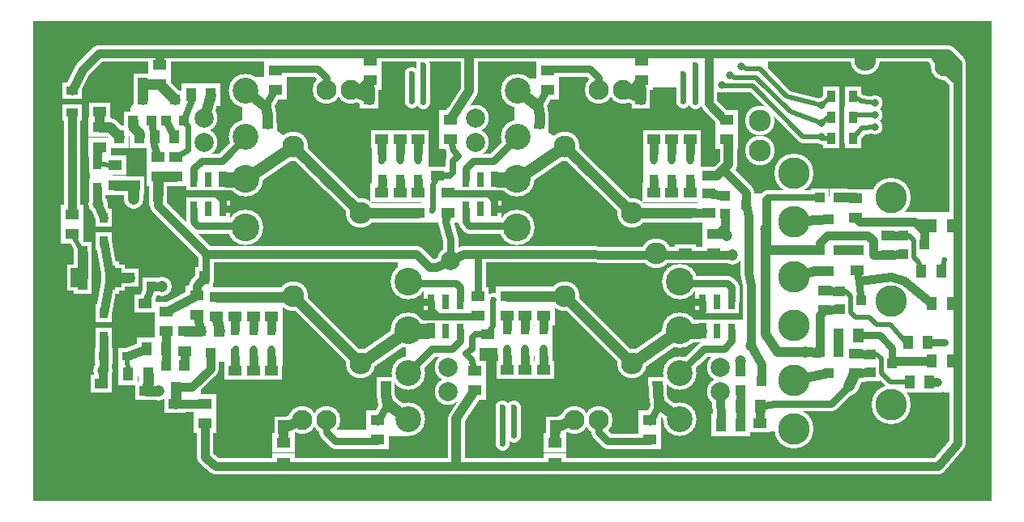
<source format=gbr>
%FSLAX34Y34*%
%MOMM*%
%LNCOPPER_TOP*%
G71*
G01*
%ADD10R,2.400X2.100*%
%ADD11C,0.900*%
%ADD12R,1.900X1.900*%
%ADD13R,2.100X2.400*%
%ADD14R,1.900X2.200*%
%ADD15R,1.600X2.400*%
%ADD16C,3.500*%
%ADD17C,3.700*%
%ADD18C,2.400*%
%ADD19C,1.600*%
%ADD20C,2.100*%
%ADD21C,1.900*%
%ADD22C,2.800*%
%ADD23C,3.100*%
%ADD24R,1.900X2.050*%
%ADD25C,1.700*%
%ADD26R,2.200X1.900*%
%ADD27C,1.400*%
%ADD28C,1.500*%
%ADD29C,1.400*%
%ADD30C,1.800*%
%ADD31C,0.800*%
%ADD32R,1.700X1.850*%
%ADD33R,2.300X2.800*%
%ADD34R,1.900X3.400*%
%ADD35C,2.000*%
%ADD36C,2.000*%
%ADD37C,1.300*%
%ADD38R,2.000X1.700*%
%ADD39R,1.850X1.700*%
%ADD40C,2.900*%
%ADD41R,1.700X2.000*%
%ADD42C,3.100*%
%ADD43C,0.500*%
%ADD44C,4.100*%
%ADD45C,1.600*%
%ADD46R,1.400X1.100*%
%ADD47R,1.100X1.100*%
%ADD48R,1.100X1.400*%
%ADD49R,0.800X1.600*%
%ADD50C,2.700*%
%ADD51C,2.900*%
%ADD52R,1.050X0.900*%
%ADD53C,1.100*%
%ADD54C,2.000*%
%ADD55C,3.500*%
%ADD56C,2.300*%
%ADD57R,0.900X1.050*%
%ADD58C,0.600*%
%ADD59C,0.700*%
%ADD60C,0.600*%
%ADD61C,1.000*%
%ADD62R,1.500X2.000*%
%ADD63R,1.100X2.600*%
%ADD64C,1.200*%
%ADD65C,1.200*%
%ADD66R,1.200X0.900*%
%ADD67R,2.200X0.600*%
%ADD68C,2.100*%
%ADD69R,0.900X1.200*%
%ADD70R,0.600X2.200*%
%ADD71C,2.300*%
%ADD72C,3.300*%
%ADD73C,0.800*%
%LPD*%
G36*
X0Y0D02*
X1002000Y0D01*
X1002000Y-502000D01*
X0Y-502000D01*
X0Y0D01*
G37*
%LPC*%
X436606Y-102888D02*
G54D10*
D03*
X436606Y-123488D02*
G54D10*
D03*
G36*
X473772Y-189598D02*
X466431Y-189598D01*
X466431Y-153252D01*
X473772Y-153252D01*
X473772Y-189598D01*
G37*
G54D11*
X473772Y-189598D02*
X466431Y-189598D01*
X466431Y-153252D01*
X473772Y-153252D01*
X473772Y-189598D01*
X123627Y-104377D02*
G54D12*
D03*
X104627Y-104377D02*
G54D12*
D03*
X114127Y-82177D02*
G54D12*
D03*
X90225Y-121194D02*
G54D13*
D03*
X110825Y-121194D02*
G54D13*
D03*
X69805Y-131641D02*
G54D10*
D03*
X69805Y-111041D02*
G54D10*
D03*
X158027Y-104378D02*
G54D12*
D03*
X139027Y-104378D02*
G54D12*
D03*
X148527Y-82178D02*
G54D12*
D03*
X126825Y-121194D02*
G54D13*
D03*
X147424Y-121194D02*
G54D13*
D03*
X132572Y-45648D02*
G54D10*
D03*
X132572Y-66248D02*
G54D10*
D03*
X130272Y-141848D02*
G54D10*
D03*
X130272Y-162448D02*
G54D10*
D03*
X149272Y-141848D02*
G54D10*
D03*
X149272Y-162448D02*
G54D10*
D03*
X165459Y-77194D02*
G54D13*
D03*
X186059Y-77194D02*
G54D13*
D03*
X130380Y-181804D02*
G54D14*
D03*
X114127Y-66177D02*
G54D14*
D03*
X452000Y-196000D02*
G54D15*
D03*
X452000Y-165500D02*
G54D15*
D03*
X467200Y-196000D02*
G54D15*
D03*
X467200Y-165500D02*
G54D15*
D03*
X482400Y-196000D02*
G54D15*
D03*
X482400Y-165500D02*
G54D15*
D03*
X506150Y-72550D02*
G54D16*
D03*
X506150Y-120950D02*
G54D16*
D03*
X505800Y-165300D02*
G54D17*
D03*
X505800Y-216100D02*
G54D17*
D03*
G54D18*
X486400Y-165500D02*
X505600Y-165500D01*
X505800Y-165300D01*
G36*
X486400Y-153500D02*
X486400Y-177500D01*
X474400Y-177500D01*
X474400Y-153500D01*
X486400Y-153500D01*
G37*
G54D19*
X452000Y-196000D02*
X452000Y-210000D01*
X456000Y-214000D01*
X493000Y-214000D01*
X504900Y-217000D01*
X505800Y-216100D01*
G54D19*
X452000Y-165500D02*
X452000Y-154000D01*
X460000Y-146000D01*
X481100Y-146000D01*
X506150Y-120950D01*
G54D20*
X505800Y-165300D02*
X556000Y-131000D01*
G54D21*
X529300Y-105400D02*
X529287Y-98238D01*
X527612Y-88033D01*
X506150Y-72550D01*
X537553Y-51153D02*
G54D10*
D03*
X537553Y-71753D02*
G54D10*
D03*
G54D19*
X527612Y-88033D02*
X537553Y-70253D01*
G54D19*
X537553Y-49653D02*
X581653Y-49653D01*
X591000Y-59000D01*
X591000Y-71703D01*
X590980Y-71723D01*
G54D21*
X556000Y-131000D02*
X626000Y-201000D01*
X462700Y-126700D02*
G54D22*
D03*
X462700Y-101300D02*
G54D22*
D03*
G36*
X189772Y-189598D02*
X182431Y-189598D01*
X182431Y-153252D01*
X189772Y-153252D01*
X189772Y-189598D01*
G37*
G54D11*
X189772Y-189598D02*
X182431Y-189598D01*
X182431Y-153252D01*
X189772Y-153252D01*
X189772Y-189598D01*
X168000Y-196000D02*
G54D15*
D03*
X168000Y-165500D02*
G54D15*
D03*
X183200Y-196000D02*
G54D15*
D03*
X183200Y-165500D02*
G54D15*
D03*
X198400Y-196000D02*
G54D15*
D03*
X198400Y-165500D02*
G54D15*
D03*
X272000Y-131000D02*
G54D23*
D03*
X342000Y-201000D02*
G54D23*
D03*
X222150Y-72550D02*
G54D16*
D03*
X222150Y-120950D02*
G54D16*
D03*
X221800Y-165300D02*
G54D17*
D03*
X221800Y-216100D02*
G54D17*
D03*
G54D18*
X202400Y-165500D02*
X221600Y-165500D01*
X221800Y-165300D01*
G36*
X202400Y-153500D02*
X202400Y-177500D01*
X190400Y-177500D01*
X190400Y-153500D01*
X202400Y-153500D01*
G37*
G54D19*
X168000Y-196000D02*
X168000Y-210000D01*
X172000Y-214000D01*
X209000Y-214000D01*
X220900Y-217000D01*
X221800Y-216100D01*
G54D19*
X168000Y-165500D02*
X168000Y-154000D01*
X176000Y-146000D01*
X197100Y-146000D01*
X222150Y-120950D01*
G54D20*
X221800Y-165300D02*
X272000Y-131000D01*
G54D21*
X245301Y-107038D02*
X245287Y-98238D01*
X243339Y-89580D01*
X222150Y-72550D01*
G36*
X235801Y-107053D02*
X254801Y-107023D01*
X254816Y-116523D01*
X235816Y-116553D01*
X235801Y-107053D01*
G37*
X253553Y-51153D02*
G54D10*
D03*
X253553Y-71753D02*
G54D10*
D03*
G54D19*
X243612Y-88033D02*
X253553Y-70253D01*
G54D19*
X253553Y-49653D02*
X297653Y-49653D01*
X307000Y-59000D01*
X307000Y-71703D01*
X306980Y-71723D01*
G54D21*
X350659Y-80344D02*
X332659Y-72002D01*
X332380Y-71723D01*
X352400Y-41100D02*
G54D10*
D03*
X352400Y-61700D02*
G54D10*
D03*
X364747Y-141034D02*
G54D24*
D03*
X364747Y-165734D02*
G54D24*
D03*
X364655Y-179797D02*
G54D10*
D03*
X364655Y-200397D02*
G54D10*
D03*
G54D25*
X364647Y-137859D02*
X364553Y-123553D01*
G54D25*
X364747Y-165734D02*
X364655Y-179797D01*
X364553Y-123553D02*
G54D26*
D03*
X383747Y-141034D02*
G54D24*
D03*
X383747Y-165734D02*
G54D24*
D03*
X383655Y-179797D02*
G54D10*
D03*
X383655Y-200397D02*
G54D10*
D03*
G54D25*
X383647Y-137859D02*
X383553Y-123553D01*
G54D25*
X383747Y-165734D02*
X383655Y-179797D01*
X383553Y-123553D02*
G54D26*
D03*
X402747Y-141034D02*
G54D24*
D03*
X402747Y-165734D02*
G54D24*
D03*
X402655Y-179797D02*
G54D10*
D03*
X402655Y-200397D02*
G54D10*
D03*
G54D25*
X402647Y-137859D02*
X402553Y-123553D01*
G54D25*
X402747Y-165734D02*
X402655Y-179797D01*
X402553Y-123553D02*
G54D26*
D03*
X364468Y-146113D02*
G54D27*
D03*
X383468Y-146113D02*
G54D27*
D03*
X402468Y-146113D02*
G54D27*
D03*
G54D28*
X364468Y-146113D02*
X364468Y-138038D01*
X364647Y-137859D01*
G54D28*
X383468Y-146113D02*
X383468Y-138038D01*
X383647Y-137859D01*
G54D28*
X402468Y-146113D02*
X402468Y-138038D01*
X402647Y-137859D01*
G54D21*
X272000Y-131000D02*
X342000Y-201000D01*
X178700Y-126700D02*
G54D22*
D03*
X178700Y-101300D02*
G54D22*
D03*
X416468Y-198113D02*
G54D27*
D03*
X444468Y-141113D02*
G54D27*
D03*
X431468Y-210113D02*
G54D27*
D03*
G54D29*
X416468Y-198113D02*
X418000Y-196581D01*
X418000Y-171000D01*
X422606Y-161488D01*
G54D28*
X422606Y-161488D02*
X435512Y-161488D01*
X439000Y-158000D01*
X439000Y-146581D01*
X444468Y-141113D01*
G54D28*
X444468Y-141113D02*
X440000Y-135000D01*
X436606Y-123488D01*
G54D19*
X431468Y-210113D02*
X433706Y-200366D01*
G54D25*
X243000Y-34000D02*
X956000Y-34000D01*
G54D30*
X332380Y-71723D02*
X342377Y-71723D01*
X352400Y-61700D01*
G54D30*
X350659Y-80344D02*
X350659Y-63441D01*
X352400Y-61700D01*
G54D21*
X351300Y-81800D02*
X351300Y-69800D01*
G36*
X341800Y-81800D02*
X360800Y-81800D01*
X360800Y-91300D01*
X341800Y-91300D01*
X341800Y-81800D01*
G37*
G36*
X360800Y-69800D02*
X341800Y-69800D01*
X341800Y-60300D01*
X360800Y-60300D01*
X360800Y-69800D01*
G37*
G54D21*
X402655Y-200397D02*
X342603Y-200397D01*
X342000Y-201000D01*
X433706Y-200366D02*
G54D26*
D03*
G54D21*
X529301Y-107038D02*
X529287Y-98238D01*
X527339Y-89580D01*
X506150Y-72550D01*
G36*
X519801Y-107053D02*
X538801Y-107023D01*
X538816Y-116523D01*
X519816Y-116553D01*
X519801Y-107053D01*
G37*
X422606Y-161488D02*
G54D26*
D03*
G36*
X409474Y-129187D02*
X409474Y-166025D01*
X357554Y-172234D01*
X357554Y-129187D01*
X409474Y-129187D01*
G37*
G54D31*
X409474Y-129187D02*
X409474Y-166025D01*
X357554Y-172234D01*
X357554Y-129187D01*
X409474Y-129187D01*
G36*
X454260Y-167641D02*
X415821Y-167641D01*
X415821Y-156996D01*
X454260Y-156996D01*
X454260Y-167641D01*
G37*
G54D31*
X454260Y-167641D02*
X415821Y-167641D01*
X415821Y-156996D01*
X454260Y-156996D01*
X454260Y-167641D01*
G36*
X462000Y-160000D02*
X435468Y-160000D01*
X435468Y-93338D01*
X462000Y-93338D01*
X462000Y-160000D01*
G37*
G54D31*
X462000Y-160000D02*
X435468Y-160000D01*
X435468Y-93338D01*
X462000Y-93338D01*
X462000Y-160000D01*
G36*
X409474Y-166025D02*
X454959Y-166025D01*
X454959Y-206878D01*
X409474Y-206878D01*
X409474Y-166025D01*
G37*
G54D31*
X409474Y-166025D02*
X454959Y-166025D01*
X454959Y-206878D01*
X409474Y-206878D01*
X409474Y-166025D01*
G36*
X183200Y-165500D02*
X221600Y-165500D01*
X221800Y-165300D01*
X272000Y-131000D01*
X244000Y-112000D01*
X243612Y-88033D01*
X253000Y-62000D01*
X219000Y-62000D01*
X222150Y-72550D01*
X222150Y-120950D01*
X197100Y-146000D01*
X198400Y-165500D01*
X183200Y-165500D01*
G37*
G54D31*
X183200Y-165500D02*
X221600Y-165500D01*
X221800Y-165300D01*
X272000Y-131000D01*
X244000Y-112000D01*
X243612Y-88033D01*
X253000Y-62000D01*
X219000Y-62000D01*
X222150Y-72550D01*
X222150Y-120950D01*
X197100Y-146000D01*
X198400Y-165500D01*
X183200Y-165500D01*
G36*
X467200Y-165500D02*
X505800Y-165300D01*
X556000Y-131000D01*
X530000Y-116000D01*
X529300Y-105400D01*
X527612Y-88033D01*
X537553Y-71753D01*
X533000Y-63000D01*
X506000Y-64000D01*
X506150Y-72550D01*
X506150Y-120950D01*
X481100Y-146000D01*
X467200Y-165500D01*
G37*
G54D31*
X467200Y-165500D02*
X505800Y-165300D01*
X556000Y-131000D01*
X530000Y-116000D01*
X529300Y-105400D01*
X527612Y-88033D01*
X537553Y-71753D01*
X533000Y-63000D01*
X506000Y-64000D01*
X506150Y-72550D01*
X506150Y-120950D01*
X481100Y-146000D01*
X467200Y-165500D01*
G54D25*
X450202Y-243798D02*
X730897Y-244402D01*
G54D19*
X431468Y-210113D02*
X436468Y-228468D01*
X436468Y-250468D01*
G54D19*
X431468Y-210113D02*
X431468Y-202604D01*
X433706Y-200366D01*
G36*
X290000Y-46000D02*
X294000Y-46000D01*
X307000Y-59000D01*
X307000Y-71703D01*
X306980Y-71723D01*
X332380Y-71723D01*
X342377Y-71723D01*
X352400Y-61700D01*
X352400Y-41100D01*
X295900Y-41100D01*
X295000Y-42000D01*
X290000Y-46000D01*
G37*
G54D31*
X290000Y-46000D02*
X294000Y-46000D01*
X307000Y-59000D01*
X307000Y-71703D01*
X306980Y-71723D01*
X332380Y-71723D01*
X342377Y-71723D01*
X352400Y-61700D01*
X352400Y-41100D01*
X295900Y-41100D01*
X295000Y-42000D01*
X290000Y-46000D01*
G36*
X575000Y-40000D02*
X575000Y-43000D01*
X591000Y-59000D01*
X591000Y-71703D01*
X590980Y-71723D01*
X616380Y-71723D01*
X627381Y-71723D01*
X637359Y-61744D01*
X637359Y-37359D01*
X635000Y-35000D01*
X587000Y-35000D01*
X581000Y-41000D01*
X575000Y-40000D01*
G37*
G54D31*
X575000Y-40000D02*
X575000Y-43000D01*
X591000Y-59000D01*
X591000Y-71703D01*
X590980Y-71723D01*
X616380Y-71723D01*
X627381Y-71723D01*
X637359Y-61744D01*
X637359Y-37359D01*
X635000Y-35000D01*
X587000Y-35000D01*
X581000Y-41000D01*
X575000Y-40000D01*
X395500Y-55000D02*
G54D27*
D03*
G54D29*
X395500Y-55000D02*
X395500Y-84000D01*
X395500Y-84000D02*
G54D27*
D03*
X407600Y-46000D02*
G54D27*
D03*
G54D29*
X407600Y-46000D02*
X407600Y-84200D01*
X407600Y-84200D02*
G54D27*
D03*
G54D30*
X436606Y-102888D02*
X456000Y-73000D01*
X456000Y-36000D01*
X67512Y-174214D02*
G54D32*
D03*
X67512Y-149514D02*
G54D32*
D03*
X73612Y-205788D02*
G54D32*
D03*
X73612Y-230488D02*
G54D32*
D03*
X85505Y-150847D02*
G54D10*
D03*
X85505Y-171447D02*
G54D10*
D03*
X84700Y-268200D02*
G54D33*
D03*
X47200Y-268200D02*
G54D33*
D03*
X80500Y-268200D02*
G54D34*
D03*
X51500Y-268200D02*
G54D34*
D03*
X41000Y-222600D02*
G54D10*
D03*
X41000Y-202000D02*
G54D10*
D03*
G54D25*
X130380Y-181804D02*
X130380Y-193380D01*
X181000Y-244000D01*
X243000Y-244000D01*
G54D29*
X149272Y-141848D02*
X162000Y-134119D01*
X162000Y-110000D01*
X158027Y-104378D01*
G54D19*
X147424Y-121194D02*
X139027Y-104378D01*
G54D28*
X158027Y-104378D02*
X166000Y-83000D01*
X165459Y-77194D01*
G54D21*
X178700Y-101300D02*
X186059Y-77194D01*
X105405Y-171641D02*
G54D26*
D03*
G54D21*
X85505Y-171447D02*
X105405Y-171641D01*
G54D35*
X104922Y-186341D02*
X104933Y-172409D01*
X104922Y-186341D02*
G54D36*
D03*
G54D37*
X67512Y-149514D02*
X85505Y-150847D01*
G54D21*
X104627Y-104377D02*
X104568Y-109926D01*
X110727Y-117310D01*
X110825Y-121194D01*
G54D21*
X69805Y-111041D02*
X80633Y-111031D01*
X90225Y-121194D01*
X67922Y-191341D02*
G54D36*
D03*
G54D25*
X73612Y-205788D02*
X67922Y-191740D01*
X67922Y-191341D01*
X67512Y-190931D01*
X67512Y-174214D01*
G54D25*
X67512Y-149514D02*
X67504Y-137284D01*
X69805Y-131641D01*
X135173Y-277741D02*
G54D36*
D03*
G54D25*
X135173Y-277741D02*
X123558Y-277739D01*
X123519Y-277700D01*
G54D25*
X41000Y-202000D02*
X40896Y-95407D01*
X40896Y-72407D02*
G54D38*
D03*
X40896Y-95407D02*
G54D38*
D03*
X101319Y-268100D02*
G54D12*
D03*
X123519Y-277600D02*
G54D12*
D03*
G54D21*
X114127Y-82177D02*
X114127Y-66177D01*
G54D21*
X148527Y-82178D02*
X148502Y-82178D01*
X132572Y-66248D01*
G54D21*
X114127Y-66177D02*
X132501Y-66177D01*
X132572Y-66248D01*
G54D19*
X123627Y-104377D02*
X124974Y-111523D01*
X126825Y-121194D01*
X126775Y-129485D01*
X130272Y-141848D01*
G54D21*
X130380Y-181804D02*
X130272Y-162448D01*
G54D21*
X130272Y-162448D02*
X149272Y-162448D01*
G54D25*
X40896Y-72407D02*
X51896Y-51104D01*
X69000Y-34000D01*
X243000Y-34000D01*
G54D25*
X132572Y-45648D02*
X132572Y-35428D01*
X133000Y-35000D01*
X724606Y-102888D02*
G54D10*
D03*
X724606Y-123488D02*
G54D10*
D03*
G54D21*
X634659Y-80344D02*
X616659Y-72002D01*
X616380Y-71723D01*
X636400Y-41100D02*
G54D10*
D03*
X636400Y-61700D02*
G54D10*
D03*
X648747Y-141034D02*
G54D24*
D03*
X648747Y-165734D02*
G54D24*
D03*
X648655Y-179797D02*
G54D10*
D03*
X648655Y-200397D02*
G54D10*
D03*
G54D25*
X648647Y-137859D02*
X648553Y-123553D01*
G54D25*
X648747Y-165734D02*
X648655Y-179797D01*
X648553Y-123553D02*
G54D26*
D03*
X667747Y-141034D02*
G54D24*
D03*
X667747Y-165734D02*
G54D24*
D03*
X667655Y-179797D02*
G54D10*
D03*
X667655Y-200397D02*
G54D10*
D03*
G54D25*
X667647Y-137859D02*
X667553Y-123553D01*
G54D25*
X667747Y-165734D02*
X667655Y-179797D01*
X667553Y-123553D02*
G54D26*
D03*
X686747Y-141034D02*
G54D24*
D03*
X686747Y-165734D02*
G54D24*
D03*
X686655Y-179797D02*
G54D10*
D03*
X686655Y-200397D02*
G54D10*
D03*
G54D25*
X686647Y-137859D02*
X686553Y-123553D01*
G54D25*
X686747Y-165734D02*
X686655Y-179797D01*
X686553Y-123553D02*
G54D26*
D03*
X648468Y-146114D02*
G54D27*
D03*
X667468Y-146114D02*
G54D27*
D03*
X686468Y-146114D02*
G54D27*
D03*
G54D28*
X648468Y-146114D02*
X648468Y-138038D01*
X648647Y-137859D01*
G54D28*
X667468Y-146114D02*
X667468Y-138038D01*
X667647Y-137859D01*
G54D28*
X686468Y-146114D02*
X686468Y-138038D01*
X686647Y-137859D01*
G54D30*
X616380Y-71723D02*
X626377Y-71723D01*
X636400Y-61700D01*
G54D21*
X635100Y-81800D02*
X635100Y-69800D01*
G36*
X625600Y-81800D02*
X644600Y-81800D01*
X644600Y-91300D01*
X625600Y-91300D01*
X625600Y-81800D01*
G37*
G36*
X644600Y-69800D02*
X625600Y-69800D01*
X625600Y-60300D01*
X644600Y-60300D01*
X644600Y-69800D01*
G37*
G54D21*
X686655Y-200397D02*
X626603Y-200397D01*
X626000Y-201000D01*
X706606Y-161488D02*
G54D26*
D03*
G36*
X693474Y-129187D02*
X693474Y-166025D01*
X641554Y-172234D01*
X641554Y-129187D01*
X693474Y-129187D01*
G37*
G54D31*
X693474Y-129187D02*
X693474Y-166025D01*
X641554Y-172234D01*
X641554Y-129187D01*
X693474Y-129187D01*
X679500Y-55000D02*
G54D27*
D03*
G54D29*
X679500Y-55000D02*
X679500Y-84000D01*
X679500Y-84000D02*
G54D27*
D03*
X691600Y-46000D02*
G54D27*
D03*
G54D29*
X691600Y-46000D02*
X691600Y-84200D01*
X691600Y-84200D02*
G54D27*
D03*
X391850Y-416450D02*
G54D16*
D03*
X391850Y-368050D02*
G54D16*
D03*
X392200Y-272900D02*
G54D17*
D03*
X392200Y-323700D02*
G54D17*
D03*
G54D21*
X368701Y-383600D02*
X368714Y-390762D01*
X370388Y-400967D01*
X391850Y-416450D01*
X360448Y-437847D02*
G54D10*
D03*
X360448Y-417247D02*
G54D10*
D03*
G54D19*
X370388Y-400967D02*
X360448Y-418747D01*
G54D19*
X360448Y-439347D02*
X316347Y-439347D01*
X307000Y-430000D01*
X307000Y-417297D01*
X307020Y-417277D01*
G54D21*
X368700Y-381962D02*
X368714Y-390762D01*
X370662Y-399420D01*
X391850Y-416450D01*
G36*
X378200Y-381947D02*
X359200Y-381977D01*
X359184Y-372477D01*
X378184Y-372447D01*
X378200Y-381947D01*
G37*
X822437Y-346018D02*
G54D12*
D03*
X841437Y-346017D02*
G54D12*
D03*
X831937Y-368218D02*
G54D12*
D03*
X191324Y-309150D02*
G54D10*
D03*
X191324Y-288550D02*
G54D10*
D03*
X175874Y-324523D02*
G54D12*
D03*
G36*
X185374Y-315023D02*
X204374Y-315023D01*
X204374Y-334023D01*
X185374Y-334023D01*
X185374Y-315023D01*
G37*
X185374Y-346723D02*
G54D12*
D03*
X139415Y-360270D02*
G54D12*
D03*
G36*
X148915Y-350770D02*
X167915Y-350770D01*
X167916Y-369770D01*
X148916Y-369770D01*
X148915Y-350770D01*
G37*
X148916Y-382470D02*
G54D12*
D03*
X158501Y-324564D02*
G54D10*
D03*
X158501Y-345164D02*
G54D10*
D03*
X179394Y-420712D02*
G54D10*
D03*
X179394Y-400112D02*
G54D10*
D03*
X171229Y-307302D02*
G54D10*
D03*
X171229Y-286702D02*
G54D10*
D03*
X139129Y-324602D02*
G54D10*
D03*
X139129Y-304002D02*
G54D10*
D03*
X139497Y-342592D02*
G54D13*
D03*
X118897Y-342592D02*
G54D13*
D03*
G36*
X252241Y-413556D02*
X271241Y-413556D01*
X271241Y-435556D01*
X252241Y-435556D01*
X252241Y-413556D01*
G37*
G54D21*
X262341Y-424556D02*
X281341Y-416898D01*
X281620Y-417177D01*
X261600Y-461800D02*
G54D10*
D03*
X261600Y-441200D02*
G54D10*
D03*
X249253Y-347866D02*
G54D24*
D03*
X249253Y-323166D02*
G54D24*
D03*
X249345Y-309103D02*
G54D10*
D03*
X249345Y-288503D02*
G54D10*
D03*
G54D25*
X249353Y-351041D02*
X249448Y-365347D01*
G54D25*
X249253Y-323166D02*
X249345Y-309103D01*
X249448Y-365347D02*
G54D26*
D03*
X230253Y-347866D02*
G54D24*
D03*
X230253Y-323166D02*
G54D24*
D03*
X230345Y-309103D02*
G54D10*
D03*
X230345Y-288503D02*
G54D10*
D03*
G54D25*
X230353Y-351041D02*
X230448Y-365347D01*
G54D25*
X230253Y-323166D02*
X230345Y-309103D01*
X230448Y-365347D02*
G54D26*
D03*
X211253Y-347866D02*
G54D24*
D03*
X211253Y-323166D02*
G54D24*
D03*
X211345Y-309103D02*
G54D10*
D03*
X211345Y-288503D02*
G54D10*
D03*
G54D25*
X211353Y-351041D02*
X211448Y-365347D01*
G54D25*
X211253Y-323166D02*
X211345Y-309103D01*
X211448Y-365347D02*
G54D26*
D03*
X249533Y-342786D02*
G54D27*
D03*
X230533Y-342787D02*
G54D27*
D03*
X211533Y-342786D02*
G54D27*
D03*
G54D28*
X249533Y-342786D02*
X249533Y-350862D01*
X249353Y-351041D01*
G54D28*
X230533Y-342787D02*
X230533Y-350862D01*
X230353Y-351041D01*
G54D28*
X211533Y-342786D02*
X211533Y-350862D01*
X211353Y-351041D01*
G54D30*
X281620Y-417177D02*
X281620Y-417277D01*
X261741Y-424556D01*
X261600Y-441200D01*
G54D21*
X211345Y-288503D02*
X271397Y-288503D01*
X272000Y-287900D01*
X179042Y-268587D02*
G54D14*
D03*
X148809Y-400111D02*
G54D26*
D03*
G36*
X204527Y-358713D02*
X204527Y-321875D01*
X256447Y-315666D01*
X256447Y-358713D01*
X204527Y-358713D01*
G37*
G54D31*
X204527Y-358713D02*
X204527Y-321875D01*
X256447Y-315666D01*
X256447Y-358713D01*
X204527Y-358713D01*
G54D19*
X180533Y-270787D02*
X180533Y-245432D01*
X180000Y-244900D01*
X73840Y-350463D02*
G54D39*
D03*
X98540Y-350463D02*
G54D39*
D03*
X73612Y-330314D02*
G54D32*
D03*
X73612Y-305614D02*
G54D32*
D03*
X120047Y-368847D02*
G54D13*
D03*
X99447Y-368847D02*
G54D13*
D03*
G54D25*
X73612Y-230488D02*
X80500Y-268200D01*
X73612Y-305614D01*
X73462Y-365796D02*
G54D36*
D03*
G54D25*
X73462Y-365796D02*
X73612Y-365646D01*
X73612Y-330314D01*
G54D21*
X101319Y-268200D02*
X101319Y-268100D01*
X84700Y-268200D01*
G54D21*
X51500Y-268200D02*
X51469Y-268169D01*
X51469Y-241982D01*
G54D37*
X51469Y-241982D02*
X41000Y-222600D01*
G54D25*
X73462Y-365796D02*
X73462Y-378985D01*
X73406Y-379041D01*
X71006Y-379041D02*
G54D26*
D03*
G54D25*
X191000Y-466000D02*
X946000Y-466000D01*
G54D25*
X179394Y-420712D02*
X179394Y-456394D01*
X191000Y-466000D01*
G54D21*
X191324Y-288550D02*
X211298Y-288550D01*
X211345Y-288503D01*
G54D21*
X194874Y-324523D02*
X191324Y-309150D01*
G54D25*
X171229Y-307302D02*
X175874Y-324523D01*
G54D21*
X158501Y-324564D02*
X175874Y-324523D01*
G54D25*
X158416Y-360270D02*
X158501Y-345164D01*
G54D25*
X139415Y-360270D02*
X139497Y-342592D01*
X139129Y-324602D01*
G54D25*
X139129Y-304002D02*
X171229Y-286702D01*
G54D25*
X171229Y-286702D02*
X171229Y-276400D01*
X179042Y-268587D01*
G54D21*
X148916Y-382470D02*
X148916Y-400004D01*
X148809Y-400111D01*
G54D25*
X148916Y-382470D02*
X166530Y-382470D01*
X185374Y-363626D01*
X185374Y-346723D01*
G54D25*
X148809Y-400111D02*
X179394Y-400112D01*
X131462Y-386796D02*
G54D36*
D03*
G54D21*
X131462Y-386796D02*
X131300Y-386957D01*
X118093Y-386957D01*
G54D37*
X98540Y-350463D02*
X99447Y-368847D01*
G54D25*
X98540Y-350463D02*
X118897Y-342592D01*
G54D21*
X120047Y-368847D02*
X120154Y-378285D01*
X118093Y-386957D01*
X118093Y-386957D02*
G54D26*
D03*
X952680Y-47220D02*
G54D40*
D03*
X436468Y-250468D02*
G54D22*
D03*
G54D19*
X117000Y-295000D02*
X123519Y-277600D01*
X117000Y-295000D02*
G54D26*
D03*
X833911Y-122285D02*
G54D41*
D03*
X856911Y-122285D02*
G54D41*
D03*
X856912Y-78285D02*
G54D41*
D03*
X833912Y-78285D02*
G54D41*
D03*
X856912Y-100285D02*
G54D41*
D03*
X833912Y-100285D02*
G54D41*
D03*
G54D25*
X956000Y-34000D02*
X966000Y-44000D01*
G54D25*
X946000Y-466000D02*
X966047Y-441470D01*
G54D25*
X243000Y-244000D02*
X401000Y-244000D01*
X414000Y-257000D01*
X422000Y-257000D01*
X436468Y-250468D01*
G54D25*
X436468Y-250468D02*
X436532Y-250468D01*
X450000Y-244000D01*
X869412Y-40569D02*
G54D42*
D03*
X759426Y-104069D02*
G54D42*
D03*
G54D25*
X966047Y-441470D02*
X966000Y-44000D01*
G36*
X158027Y-104378D02*
X104627Y-104377D01*
X104627Y-91677D01*
X114127Y-82177D01*
X114127Y-74873D01*
X119000Y-70000D01*
X136349Y-70000D01*
X148527Y-82178D01*
X158027Y-104378D01*
G37*
G54D43*
X158027Y-104378D02*
X104627Y-104377D01*
X104627Y-91677D01*
X114127Y-82177D01*
X114127Y-74873D01*
X119000Y-70000D01*
X136349Y-70000D01*
X148527Y-82178D01*
X158027Y-104378D01*
G36*
X160000Y-99000D02*
X160000Y-132119D01*
X162000Y-134119D01*
X171281Y-134119D01*
X178700Y-126700D01*
X178700Y-101300D01*
X160000Y-99000D01*
G37*
G54D43*
X160000Y-99000D02*
X160000Y-132119D01*
X162000Y-134119D01*
X171281Y-134119D01*
X178700Y-126700D01*
X178700Y-101300D01*
X160000Y-99000D01*
G36*
X149000Y-128000D02*
X149000Y-162176D01*
X149272Y-162448D01*
X175448Y-162448D01*
X176000Y-163000D01*
X176000Y-129400D01*
X178700Y-126700D01*
X157300Y-126700D01*
X156000Y-128000D01*
X149000Y-128000D01*
G37*
G54D43*
X149000Y-128000D02*
X149000Y-162176D01*
X149272Y-162448D01*
X175448Y-162448D01*
X176000Y-163000D01*
X176000Y-129400D01*
X178700Y-126700D01*
X157300Y-126700D01*
X156000Y-128000D01*
X149000Y-128000D01*
G36*
X81000Y-178000D02*
X61635Y-178000D01*
X61635Y-149135D01*
X81000Y-149135D01*
X81000Y-178000D01*
G37*
G54D43*
X81000Y-178000D02*
X61635Y-178000D01*
X61635Y-149135D01*
X81000Y-149135D01*
X81000Y-178000D01*
X51469Y-241982D02*
G54D14*
D03*
G36*
X98540Y-350463D02*
X98540Y-367940D01*
X99447Y-368847D01*
X120047Y-368847D01*
X120047Y-375381D01*
X131462Y-386796D01*
X144590Y-386796D01*
X148916Y-382470D01*
X148916Y-400004D01*
X148809Y-400111D01*
X167889Y-400111D01*
X173000Y-395000D01*
X173000Y-376000D01*
X185374Y-363626D01*
X185374Y-357626D01*
X189000Y-354000D01*
X208395Y-354000D01*
X211353Y-351041D01*
X211345Y-309103D01*
X211345Y-308572D01*
X191324Y-288550D01*
X173076Y-288550D01*
X171229Y-286702D01*
X171229Y-286771D01*
X149000Y-309000D01*
X144126Y-309000D01*
X139129Y-304002D01*
X139129Y-322360D01*
X118897Y-342592D01*
X98540Y-350463D01*
G37*
G54D43*
X98540Y-350463D02*
X98540Y-367940D01*
X99447Y-368847D01*
X120047Y-368847D01*
X120047Y-375381D01*
X131462Y-386796D01*
X144590Y-386796D01*
X148916Y-382470D01*
X148916Y-400004D01*
X148809Y-400111D01*
X167889Y-400111D01*
X173000Y-395000D01*
X173000Y-376000D01*
X185374Y-363626D01*
X185374Y-357626D01*
X189000Y-354000D01*
X208395Y-354000D01*
X211353Y-351041D01*
X211345Y-309103D01*
X211345Y-308572D01*
X191324Y-288550D01*
X173076Y-288550D01*
X171229Y-286702D01*
X171229Y-286771D01*
X149000Y-309000D01*
X144126Y-309000D01*
X139129Y-304002D01*
X139129Y-322360D01*
X118897Y-342592D01*
X98540Y-350463D01*
G36*
X392404Y-431442D02*
X360577Y-431442D01*
X360577Y-412019D01*
X392404Y-412019D01*
X392404Y-431442D01*
G37*
G54D43*
X392404Y-431442D02*
X360577Y-431442D01*
X360577Y-412019D01*
X392404Y-412019D01*
X392404Y-431442D01*
G36*
X384000Y-246000D02*
X408293Y-246000D01*
X408293Y-274634D01*
X384000Y-274634D01*
X384000Y-246000D01*
G37*
G54D43*
X384000Y-246000D02*
X408293Y-246000D01*
X408293Y-274634D01*
X384000Y-274634D01*
X384000Y-246000D01*
G36*
X354000Y-437300D02*
X316347Y-440647D01*
X317000Y-430300D01*
X352000Y-430300D01*
X354000Y-437300D01*
G37*
G54D43*
X354000Y-437300D02*
X316347Y-440647D01*
X317000Y-430300D01*
X352000Y-430300D01*
X354000Y-437300D01*
X616380Y-71723D02*
G54D40*
D03*
X590980Y-71723D02*
G54D40*
D03*
X332380Y-71723D02*
G54D40*
D03*
X306980Y-71723D02*
G54D40*
D03*
X281620Y-417277D02*
G54D40*
D03*
X307020Y-417277D02*
G54D40*
D03*
X69974Y-94430D02*
G54D26*
D03*
G54D30*
X69974Y-94430D02*
X69974Y-110873D01*
X69805Y-111041D01*
X416000Y-324000D02*
G54D15*
D03*
X416000Y-293500D02*
G54D15*
D03*
X431200Y-324000D02*
G54D15*
D03*
X431200Y-293500D02*
G54D15*
D03*
X446400Y-324000D02*
G54D15*
D03*
X446400Y-293500D02*
G54D15*
D03*
G54D19*
X446245Y-292442D02*
X446245Y-278442D01*
X442245Y-274442D01*
X405245Y-274442D01*
X393345Y-271442D01*
X392445Y-272342D01*
G54D18*
X412001Y-324100D02*
X392801Y-324100D01*
X392601Y-324300D01*
G36*
X412001Y-336100D02*
X412001Y-312100D01*
X424001Y-312100D01*
X424001Y-336100D01*
X412001Y-336100D01*
G37*
X464906Y-287766D02*
G54D26*
D03*
X464906Y-308366D02*
G54D26*
D03*
G54D19*
X464906Y-287766D02*
X464906Y-244906D01*
X464000Y-244000D01*
G54D19*
X446301Y-323203D02*
X446301Y-334703D01*
X438301Y-342703D01*
X417201Y-342703D01*
X392151Y-367753D01*
X461394Y-386112D02*
G54D10*
D03*
X461394Y-365512D02*
G54D10*
D03*
X452333Y-348087D02*
G54D27*
D03*
G54D29*
X481533Y-290886D02*
X480001Y-292419D01*
X480001Y-318000D01*
X475394Y-327512D01*
G54D28*
X475394Y-327512D02*
X462488Y-327512D01*
X459001Y-331000D01*
X459001Y-342419D01*
X452333Y-348086D01*
G54D28*
X452333Y-348086D02*
X458001Y-354000D01*
X461394Y-365512D01*
G54D30*
X461394Y-386112D02*
X442001Y-416000D01*
X442001Y-463000D01*
X533214Y-347129D02*
G54D24*
D03*
X533214Y-322429D02*
G54D24*
D03*
X533306Y-308366D02*
G54D10*
D03*
X533306Y-287766D02*
G54D10*
D03*
G54D25*
X533314Y-350304D02*
X533408Y-364610D01*
G54D25*
X533214Y-322429D02*
X533306Y-308366D01*
X533408Y-364610D02*
G54D26*
D03*
X514214Y-347129D02*
G54D24*
D03*
X514214Y-322429D02*
G54D24*
D03*
X514306Y-308366D02*
G54D10*
D03*
X514306Y-287766D02*
G54D10*
D03*
G54D25*
X514314Y-350304D02*
X514408Y-364610D01*
G54D25*
X514214Y-322429D02*
X514306Y-308366D01*
X514408Y-364610D02*
G54D26*
D03*
X495214Y-347129D02*
G54D24*
D03*
X495214Y-322429D02*
G54D24*
D03*
X495306Y-308366D02*
G54D10*
D03*
X495306Y-287766D02*
G54D10*
D03*
G54D25*
X495314Y-350304D02*
X495408Y-364610D01*
G54D25*
X495214Y-322429D02*
X495306Y-308366D01*
X495408Y-364610D02*
G54D26*
D03*
X533493Y-342050D02*
G54D27*
D03*
X514493Y-342050D02*
G54D27*
D03*
X495493Y-342050D02*
G54D27*
D03*
G54D28*
X533493Y-342050D02*
X533493Y-350125D01*
X533314Y-350304D01*
G54D28*
X514493Y-342050D02*
X514493Y-350125D01*
X514314Y-350304D01*
G54D28*
X495493Y-342050D02*
X495493Y-350125D01*
X495314Y-350304D01*
G54D21*
X495306Y-287766D02*
X555358Y-287766D01*
X555961Y-287163D01*
G54D21*
X556001Y-288092D02*
X626001Y-358092D01*
G54D29*
X502461Y-433163D02*
X502460Y-404163D01*
X502460Y-404163D02*
G54D27*
D03*
G54D29*
X490361Y-442163D02*
X490361Y-403963D01*
X490361Y-403963D02*
G54D27*
D03*
X502461Y-433163D02*
G54D27*
D03*
X490361Y-442163D02*
G54D27*
D03*
X433901Y-362300D02*
G54D22*
D03*
X433900Y-387700D02*
G54D22*
D03*
X481533Y-290886D02*
G54D27*
D03*
X465133Y-278887D02*
G54D27*
D03*
X675850Y-416450D02*
G54D16*
D03*
X675850Y-368050D02*
G54D16*
D03*
X676200Y-272900D02*
G54D17*
D03*
X676200Y-323700D02*
G54D17*
D03*
G54D21*
X652701Y-383600D02*
X652714Y-390762D01*
X654388Y-400967D01*
X675850Y-416450D01*
X644448Y-437847D02*
G54D10*
D03*
X644448Y-417247D02*
G54D10*
D03*
G54D19*
X654388Y-400967D02*
X644448Y-418747D01*
G54D19*
X644448Y-439347D02*
X600347Y-439347D01*
X591000Y-430000D01*
X591000Y-417297D01*
X591020Y-417277D01*
G54D21*
X652700Y-381962D02*
X652714Y-390762D01*
X654662Y-399420D01*
X675850Y-416450D01*
G36*
X662200Y-381947D02*
X643200Y-381977D01*
X643184Y-372477D01*
X662184Y-372447D01*
X662200Y-381947D01*
G37*
G36*
X536241Y-413556D02*
X555241Y-413556D01*
X555241Y-435556D01*
X536241Y-435556D01*
X536241Y-413556D01*
G37*
G54D21*
X546341Y-424556D02*
X565341Y-416898D01*
X565620Y-417177D01*
X545600Y-461800D02*
G54D10*
D03*
X545600Y-441200D02*
G54D10*
D03*
G54D30*
X565620Y-417177D02*
X565620Y-417277D01*
X545741Y-424556D01*
X545600Y-441200D01*
X565620Y-417277D02*
G54D40*
D03*
X591020Y-417277D02*
G54D40*
D03*
X700000Y-324000D02*
G54D15*
D03*
X700000Y-293500D02*
G54D15*
D03*
X715200Y-324000D02*
G54D15*
D03*
X715200Y-293500D02*
G54D15*
D03*
X730400Y-324000D02*
G54D15*
D03*
X730400Y-293500D02*
G54D15*
D03*
G54D19*
X730245Y-292442D02*
X730245Y-278442D01*
X726245Y-274442D01*
X689245Y-274442D01*
X677345Y-271442D01*
X676445Y-272342D01*
G54D18*
X696001Y-324100D02*
X676801Y-324100D01*
X676601Y-324300D01*
G36*
X696001Y-336100D02*
X696001Y-312100D01*
X708001Y-312100D01*
X708001Y-336100D01*
X696001Y-336100D01*
G37*
G54D19*
X730301Y-323203D02*
X730301Y-334703D01*
X722301Y-342703D01*
X701201Y-342703D01*
X676151Y-367753D01*
X717901Y-362300D02*
G54D22*
D03*
X717900Y-387700D02*
G54D22*
D03*
G36*
X406000Y-254000D02*
X460000Y-254000D01*
X460000Y-280000D01*
X406000Y-280000D01*
X406000Y-254000D01*
G37*
G54D43*
X406000Y-254000D02*
X460000Y-254000D01*
X460000Y-280000D01*
X406000Y-280000D01*
X406000Y-254000D01*
G36*
X444000Y-288000D02*
X488000Y-288000D01*
X488000Y-330000D01*
X444000Y-330000D01*
X444000Y-288000D01*
G37*
G54D43*
X444000Y-288000D02*
X488000Y-288000D01*
X488000Y-330000D01*
X444000Y-330000D01*
X444000Y-288000D01*
G36*
X540255Y-348051D02*
X488231Y-348051D01*
X488231Y-321364D01*
X540255Y-321364D01*
X540255Y-348051D01*
G37*
G54D43*
X540255Y-348051D02*
X488231Y-348051D01*
X488231Y-321364D01*
X540255Y-321364D01*
X540255Y-348051D01*
G36*
X431631Y-329160D02*
X464005Y-329160D01*
X464005Y-393790D01*
X431631Y-393790D01*
X431631Y-329160D01*
G37*
G54D43*
X431631Y-329160D02*
X464005Y-329160D01*
X464005Y-393790D01*
X431631Y-393790D01*
X431631Y-329160D01*
G36*
X454873Y-320370D02*
X490643Y-320370D01*
X490643Y-339279D01*
X454873Y-339279D01*
X454873Y-320370D01*
G37*
G54D43*
X454873Y-320370D02*
X490643Y-320370D01*
X490643Y-339279D01*
X454873Y-339279D01*
X454873Y-320370D01*
G36*
X392200Y-323700D02*
X412000Y-323700D01*
X412000Y-354000D01*
X392200Y-354000D01*
X392200Y-323700D01*
G37*
G54D43*
X392200Y-323700D02*
X412000Y-323700D01*
X412000Y-354000D01*
X392200Y-354000D01*
X392200Y-323700D01*
X822437Y-239218D02*
G54D12*
D03*
X841437Y-239217D02*
G54D12*
D03*
X831937Y-261418D02*
G54D12*
D03*
X822437Y-184818D02*
G54D12*
D03*
X841437Y-184817D02*
G54D12*
D03*
X831937Y-207018D02*
G54D12*
D03*
X841665Y-328694D02*
G54D14*
D03*
G36*
X852765Y-317694D02*
X871765Y-317694D01*
X871765Y-339694D01*
X852765Y-339694D01*
X852765Y-317694D01*
G37*
X861712Y-239746D02*
G54D26*
D03*
X861712Y-260347D02*
G54D26*
D03*
X859712Y-185146D02*
G54D26*
D03*
X859712Y-205746D02*
G54D26*
D03*
X794937Y-318218D02*
G54D44*
D03*
X794937Y-267418D02*
G54D44*
D03*
X896537Y-292818D02*
G54D44*
D03*
X794937Y-426218D02*
G54D44*
D03*
X794937Y-375418D02*
G54D44*
D03*
X896537Y-400818D02*
G54D44*
D03*
X794937Y-210218D02*
G54D44*
D03*
X794937Y-159418D02*
G54D44*
D03*
X896537Y-184818D02*
G54D44*
D03*
G54D30*
X831937Y-368218D02*
X794937Y-375418D01*
G54D30*
X831937Y-261418D02*
X817533Y-261419D01*
X794937Y-267418D01*
G54D30*
X831937Y-207018D02*
X794937Y-210218D01*
G54D30*
X765400Y-217218D02*
X766000Y-250000D01*
X766000Y-328000D01*
X778296Y-346419D01*
X806897Y-346402D01*
X822437Y-346818D01*
G54D30*
X822437Y-239218D02*
X768000Y-239218D01*
G54D30*
X841437Y-184817D02*
X859712Y-184817D01*
X859712Y-185146D01*
G54D30*
X841437Y-239217D02*
X861712Y-239312D01*
X861712Y-239746D01*
G54D30*
X841437Y-346017D02*
X841428Y-340124D01*
X841665Y-328694D01*
X842030Y-328694D01*
X841665Y-328694D01*
X875413Y-367337D02*
G54D12*
D03*
X875412Y-348337D02*
G54D12*
D03*
X897613Y-357837D02*
G54D12*
D03*
X960058Y-355793D02*
G54D14*
D03*
X939458Y-355793D02*
G54D14*
D03*
X859688Y-368109D02*
G54D26*
D03*
X859688Y-347510D02*
G54D26*
D03*
X916015Y-377190D02*
G54D14*
D03*
X936615Y-377190D02*
G54D14*
D03*
G54D37*
X875412Y-348337D02*
X881402Y-348337D01*
X886465Y-353400D01*
X886505Y-367993D01*
G54D25*
X859688Y-347510D02*
X875412Y-348337D01*
G54D25*
X859688Y-368109D02*
X875413Y-367337D01*
G54D19*
X862265Y-328694D02*
X884694Y-328694D01*
X898000Y-342000D01*
X898000Y-357450D01*
X897613Y-357837D01*
G36*
X894000Y-362000D02*
X851096Y-362000D01*
X851096Y-341984D01*
X894000Y-341984D01*
X894000Y-362000D01*
G37*
G54D43*
X894000Y-362000D02*
X851096Y-362000D01*
X851096Y-341984D01*
X894000Y-341984D01*
X894000Y-362000D01*
G36*
X881402Y-348337D02*
X850000Y-348337D01*
X850000Y-330000D01*
X881402Y-330000D01*
X881402Y-348337D01*
G37*
G54D43*
X881402Y-348337D02*
X850000Y-348337D01*
X850000Y-330000D01*
X881402Y-330000D01*
X881402Y-348337D01*
G36*
X860000Y-342000D02*
X847474Y-342000D01*
X847474Y-320205D01*
X860000Y-320205D01*
X860000Y-342000D01*
G37*
G54D43*
X860000Y-342000D02*
X847474Y-342000D01*
X847474Y-320205D01*
X860000Y-320205D01*
X860000Y-342000D01*
X843413Y-301337D02*
G54D12*
D03*
X843412Y-282337D02*
G54D12*
D03*
X865613Y-291837D02*
G54D12*
D03*
X827688Y-302109D02*
G54D26*
D03*
X827688Y-281510D02*
G54D26*
D03*
G54D37*
X843412Y-282337D02*
X849402Y-282337D01*
X854465Y-287400D01*
X854465Y-304865D01*
X859800Y-310200D01*
G54D25*
X827688Y-281510D02*
X843412Y-282337D01*
G54D25*
X827688Y-302109D02*
X843413Y-301337D01*
G54D19*
X865613Y-291837D02*
X861712Y-260347D01*
G54D37*
X859800Y-310200D02*
X874200Y-310200D01*
X881744Y-317744D01*
X894365Y-317744D01*
G54D25*
X827688Y-302109D02*
X822437Y-307361D01*
X822437Y-346018D01*
X806897Y-346402D02*
G54D36*
D03*
X853173Y-381741D02*
G54D36*
D03*
G54D35*
X853173Y-381741D02*
X858130Y-370762D01*
X909413Y-243337D02*
G54D12*
D03*
X909413Y-224337D02*
G54D12*
D03*
X931613Y-233837D02*
G54D12*
D03*
X893688Y-244909D02*
G54D26*
D03*
X893688Y-224310D02*
G54D26*
D03*
G54D37*
X909413Y-224337D02*
X915402Y-224337D01*
X920465Y-229400D01*
X920465Y-246865D01*
X925800Y-252200D01*
G54D25*
X893688Y-224310D02*
X909413Y-224337D01*
G54D25*
X893688Y-244909D02*
X909413Y-243337D01*
G54D25*
X822437Y-239218D02*
X822437Y-231563D01*
X830000Y-224000D01*
X872600Y-224000D01*
X878000Y-229400D01*
X877977Y-244923D01*
X893688Y-244909D01*
X960058Y-295793D02*
G54D14*
D03*
X939458Y-295793D02*
G54D14*
D03*
X960058Y-213793D02*
G54D14*
D03*
X939458Y-213793D02*
G54D14*
D03*
G54D25*
X859712Y-205946D02*
X863711Y-209945D01*
X921817Y-209945D01*
G54D25*
X921817Y-209945D02*
X931613Y-219741D01*
X931613Y-233837D01*
G54D25*
X939458Y-213793D02*
X936954Y-211288D01*
X924798Y-211288D01*
X945485Y-377330D02*
G54D27*
D03*
G54D25*
X945504Y-377310D02*
X945384Y-377190D01*
X936615Y-377190D01*
G54D25*
X897613Y-357837D02*
X897657Y-357793D01*
X901602Y-355756D01*
X939458Y-355793D01*
G54D25*
X896784Y-267349D02*
X910057Y-271366D01*
X939458Y-295793D01*
G54D25*
X896784Y-267349D02*
X864000Y-272000D01*
X952982Y-335832D02*
G54D27*
D03*
X935072Y-335819D02*
G54D14*
D03*
X914472Y-335819D02*
G54D14*
D03*
G54D37*
X894365Y-317744D02*
X895744Y-317744D01*
X912000Y-336000D01*
X914291Y-336000D01*
X914472Y-335819D01*
G54D19*
X952982Y-335832D02*
X935085Y-335832D01*
X935072Y-335819D01*
X952847Y-249647D02*
G54D27*
D03*
X949072Y-261819D02*
G54D14*
D03*
X928472Y-261819D02*
G54D14*
D03*
G54D37*
X925800Y-252200D02*
X928472Y-261819D01*
G54D37*
X949072Y-261819D02*
X952847Y-249647D01*
G54D37*
X916015Y-377190D02*
X895702Y-377190D01*
X886505Y-367993D01*
G36*
X962000Y-388000D02*
X959281Y-385646D01*
X945167Y-385391D01*
X875413Y-367337D01*
X837551Y-394146D01*
X782451Y-388000D01*
X782451Y-201950D01*
X962000Y-201950D01*
X962000Y-388000D01*
G37*
G54D43*
X962000Y-388000D02*
X959281Y-385646D01*
X945167Y-385391D01*
X875413Y-367337D01*
X837551Y-394146D01*
X782451Y-388000D01*
X782451Y-201950D01*
X962000Y-201950D01*
X962000Y-388000D01*
G36*
X816000Y-334000D02*
X772000Y-334000D01*
X772000Y-214000D01*
X816000Y-214000D01*
X816000Y-334000D01*
G37*
G54D43*
X816000Y-334000D02*
X772000Y-334000D01*
X772000Y-214000D01*
X816000Y-214000D01*
X816000Y-334000D01*
G36*
X790000Y-186000D02*
X868245Y-186000D01*
X868245Y-225348D01*
X790000Y-225348D01*
X790000Y-186000D01*
G37*
G54D43*
X790000Y-186000D02*
X868245Y-186000D01*
X868245Y-225348D01*
X790000Y-225348D01*
X790000Y-186000D01*
X681698Y-242948D02*
G54D26*
D03*
G54D30*
X707206Y-161488D02*
X715112Y-161488D01*
X726600Y-150000D01*
X726600Y-124882D01*
X725206Y-123488D01*
X723196Y-201426D02*
G54D12*
D03*
X723196Y-182426D02*
G54D12*
D03*
X745396Y-191926D02*
G54D12*
D03*
X706506Y-200681D02*
G54D10*
D03*
X706506Y-180081D02*
G54D10*
D03*
X711298Y-242948D02*
G54D10*
D03*
X711298Y-222348D02*
G54D10*
D03*
X739400Y-422400D02*
G54D13*
D03*
X718800Y-422400D02*
G54D13*
D03*
X739400Y-385800D02*
G54D12*
D03*
X739400Y-366800D02*
G54D12*
D03*
X761600Y-376300D02*
G54D12*
D03*
X739400Y-402800D02*
G54D13*
D03*
G36*
X749500Y-390800D02*
X770500Y-390800D01*
X770500Y-414800D01*
X749500Y-414800D01*
X749500Y-390800D01*
G37*
G54D20*
X626000Y-358000D02*
X676200Y-323700D01*
G54D20*
X342000Y-358000D02*
X392200Y-323700D01*
G54D29*
X760000Y-402800D02*
X774760Y-400776D01*
X828000Y-400800D01*
G54D29*
X828000Y-400800D02*
X834114Y-400800D01*
X853173Y-381741D01*
X760000Y-420800D02*
G54D26*
D03*
G54D25*
X760000Y-420800D02*
X760000Y-402800D01*
G54D25*
X739400Y-402800D02*
X739400Y-422400D01*
G54D25*
X718800Y-422400D02*
X717900Y-387700D01*
G54D25*
X739400Y-385800D02*
X739400Y-402800D01*
X739575Y-355226D02*
G54D36*
D03*
G54D25*
X761600Y-376300D02*
X761627Y-358634D01*
X750156Y-339181D01*
G54D25*
X750156Y-339181D02*
X750054Y-276032D01*
X747940Y-264098D01*
X748000Y-204000D01*
X745396Y-191926D01*
G54D25*
X706506Y-180081D02*
X723196Y-182426D01*
G54D25*
X706506Y-200681D02*
X706222Y-200397D01*
X686655Y-200397D01*
X730897Y-244402D02*
G54D36*
D03*
X765400Y-217218D02*
G54D36*
D03*
G54D25*
X715698Y-222348D02*
X723196Y-214850D01*
X723196Y-201426D01*
G54D25*
X745396Y-191926D02*
X745396Y-179396D01*
X722000Y-156000D01*
G54D30*
X739575Y-355226D02*
X739575Y-366625D01*
X739400Y-366800D01*
X750156Y-339181D02*
G54D36*
D03*
G54D28*
X768000Y-239218D02*
X768000Y-184818D01*
X822437Y-184818D01*
X724897Y-224402D02*
G54D36*
D03*
G54D25*
X724897Y-224402D02*
X720495Y-220000D01*
X720000Y-220000D01*
G54D25*
X724897Y-224402D02*
X722843Y-222348D01*
X711298Y-222348D01*
G54D25*
X724897Y-224402D02*
X723196Y-222701D01*
X723196Y-214850D01*
X759281Y-135458D02*
G54D42*
D03*
X651518Y-243220D02*
G54D42*
D03*
G54D20*
X952680Y-47220D02*
X944000Y-36000D01*
G54D20*
X952680Y-47220D02*
X963923Y-58463D01*
X879762Y-85513D02*
G54D45*
D03*
X879762Y-98213D02*
G54D45*
D03*
X879762Y-110913D02*
G54D45*
D03*
G54D37*
X856912Y-78285D02*
X866000Y-84000D01*
X879762Y-85513D01*
G54D37*
X856912Y-100285D02*
X858443Y-98228D01*
X879762Y-98213D01*
G54D37*
X856911Y-122285D02*
X866000Y-112000D01*
X879762Y-110913D01*
G54D25*
X722606Y-102888D02*
X706000Y-86282D01*
X706000Y-34000D01*
X728762Y-56313D02*
G54D45*
D03*
X740562Y-47713D02*
G54D45*
D03*
X719962Y-67113D02*
G54D45*
D03*
X823762Y-88313D02*
G54D45*
D03*
X823762Y-106913D02*
G54D45*
D03*
X824000Y-120600D02*
G54D45*
D03*
X556000Y-131000D02*
G54D23*
D03*
X626000Y-201000D02*
G54D23*
D03*
X556000Y-288000D02*
G54D23*
D03*
X626000Y-358000D02*
G54D23*
D03*
G54D21*
X272001Y-288092D02*
X342001Y-358092D01*
X272000Y-288000D02*
G54D23*
D03*
X342000Y-358000D02*
G54D23*
D03*
G54D37*
X719962Y-67113D02*
X720449Y-67600D01*
X728034Y-68040D01*
X752000Y-68000D01*
G54D37*
X752000Y-68000D02*
X804600Y-120600D01*
X824000Y-120600D01*
G54D37*
X728762Y-56313D02*
X733344Y-59095D01*
X755864Y-59095D01*
X791682Y-94913D01*
X823762Y-106913D01*
G54D37*
X740562Y-47713D02*
X746249Y-50000D01*
X759627Y-50000D01*
X787940Y-78313D01*
X823762Y-88313D01*
G54D37*
X823762Y-88313D02*
X833790Y-78285D01*
X833912Y-78285D01*
G54D37*
X823762Y-106913D02*
X830390Y-100285D01*
X833912Y-100285D01*
G54D37*
X824000Y-120600D02*
X825685Y-122285D01*
X833911Y-122285D01*
G54D28*
X765400Y-217218D02*
X765400Y-187418D01*
X768000Y-184818D01*
G36*
X794000Y-236000D02*
X748600Y-236000D01*
X748600Y-182702D01*
X794000Y-182702D01*
X794000Y-236000D01*
G37*
G54D43*
X794000Y-236000D02*
X748600Y-236000D01*
X748600Y-182702D01*
X794000Y-182702D01*
X794000Y-236000D01*
G36*
X712000Y-166000D02*
X732000Y-166000D01*
X732000Y-184000D01*
X712000Y-184000D01*
X712000Y-166000D01*
G37*
G54D43*
X712000Y-166000D02*
X732000Y-166000D01*
X732000Y-184000D01*
X712000Y-184000D01*
X712000Y-166000D01*
G36*
X748000Y-226000D02*
X766000Y-226000D01*
X766000Y-264000D01*
X748000Y-264000D01*
X748000Y-226000D01*
G37*
G54D43*
X748000Y-226000D02*
X766000Y-226000D01*
X766000Y-264000D01*
X748000Y-264000D01*
X748000Y-226000D01*
G36*
X730897Y-244402D02*
X701903Y-244402D01*
X701903Y-191580D01*
X730897Y-191580D01*
X730897Y-244402D01*
G37*
G54D43*
X730897Y-244402D02*
X701903Y-244402D01*
X701903Y-191580D01*
X730897Y-191580D01*
X730897Y-244402D01*
G36*
X722000Y-176000D02*
X744000Y-176000D01*
X744000Y-244000D01*
X722000Y-244000D01*
X722000Y-176000D01*
G37*
G54D43*
X722000Y-176000D02*
X744000Y-176000D01*
X744000Y-244000D01*
X722000Y-244000D01*
X722000Y-176000D01*
G36*
X834114Y-400800D02*
X798000Y-400800D01*
X798000Y-382000D01*
X834114Y-382000D01*
X834114Y-400800D01*
G37*
G54D43*
X834114Y-400800D02*
X798000Y-400800D01*
X798000Y-382000D01*
X834114Y-382000D01*
X834114Y-400800D01*
G36*
X794000Y-396000D02*
X722000Y-396000D01*
X722000Y-338000D01*
X794000Y-338000D01*
X794000Y-396000D01*
G37*
G54D43*
X794000Y-396000D02*
X722000Y-396000D01*
X722000Y-338000D01*
X794000Y-338000D01*
X794000Y-396000D01*
G36*
X720000Y-376000D02*
X794937Y-376000D01*
X794937Y-426218D01*
X720000Y-426218D01*
X720000Y-376000D01*
G37*
G54D43*
X720000Y-376000D02*
X794937Y-376000D01*
X794937Y-426218D01*
X720000Y-426218D01*
X720000Y-376000D01*
G36*
X780000Y-386000D02*
X732875Y-386000D01*
X732875Y-314596D01*
X780000Y-314596D01*
X780000Y-386000D01*
G37*
G54D43*
X780000Y-386000D02*
X732875Y-386000D01*
X732875Y-314596D01*
X780000Y-314596D01*
X780000Y-386000D01*
G36*
X894000Y-216000D02*
X858772Y-216000D01*
X858772Y-178168D01*
X894000Y-178168D01*
X894000Y-216000D01*
G37*
G54D43*
X894000Y-216000D02*
X858772Y-216000D01*
X858772Y-178168D01*
X894000Y-178168D01*
X894000Y-216000D01*
G36*
X948903Y-383597D02*
X915615Y-383597D01*
X915615Y-377390D01*
X948903Y-377390D01*
X948903Y-383597D01*
G37*
G54D11*
X948903Y-383597D02*
X915615Y-383597D01*
X915615Y-377390D01*
X948903Y-377390D01*
X948903Y-383597D01*
G36*
X762932Y-69698D02*
X699012Y-69698D01*
X699012Y-38068D01*
X762932Y-38068D01*
X762932Y-69698D01*
G37*
G54D11*
X762932Y-69698D02*
X699012Y-69698D01*
X699012Y-38068D01*
X762932Y-38068D01*
X762932Y-69698D01*
G36*
X856911Y-122285D02*
X833911Y-122285D01*
X825685Y-122285D01*
X824000Y-120600D01*
X804600Y-120600D01*
X804600Y-118600D01*
X782000Y-96000D01*
X782000Y-88000D01*
X790000Y-80000D01*
X823762Y-88313D01*
X833912Y-78285D01*
X856912Y-78285D01*
X862000Y-84000D01*
X879762Y-85513D01*
X879762Y-110913D01*
X866000Y-112000D01*
X856911Y-122285D01*
G37*
G54D11*
X856911Y-122285D02*
X833911Y-122285D01*
X825685Y-122285D01*
X824000Y-120600D01*
X804600Y-120600D01*
X804600Y-118600D01*
X782000Y-96000D01*
X782000Y-88000D01*
X790000Y-80000D01*
X823762Y-88313D01*
X833912Y-78285D01*
X856912Y-78285D01*
X862000Y-84000D01*
X879762Y-85513D01*
X879762Y-110913D01*
X866000Y-112000D01*
X856911Y-122285D01*
G36*
X635000Y-35000D02*
X698000Y-35000D01*
X698000Y-64000D01*
X635000Y-64000D01*
X635000Y-35000D01*
G37*
G54D11*
X635000Y-35000D02*
X698000Y-35000D01*
X698000Y-64000D01*
X635000Y-64000D01*
X635000Y-35000D01*
%LPD*%
X422606Y-140888D02*
G54D46*
D03*
X422606Y-161488D02*
G54D46*
D03*
X436606Y-102888D02*
G54D46*
D03*
X436606Y-123488D02*
G54D46*
D03*
X433706Y-179766D02*
G54D46*
D03*
X433706Y-200366D02*
G54D46*
D03*
X123627Y-104377D02*
G54D47*
D03*
X104627Y-104377D02*
G54D47*
D03*
X114127Y-82177D02*
G54D47*
D03*
X90225Y-121194D02*
G54D48*
D03*
X110825Y-121194D02*
G54D48*
D03*
X69805Y-131641D02*
G54D46*
D03*
X69805Y-111041D02*
G54D46*
D03*
X158027Y-104378D02*
G54D47*
D03*
X139027Y-104378D02*
G54D47*
D03*
X148527Y-82178D02*
G54D47*
D03*
X126825Y-121194D02*
G54D48*
D03*
X147424Y-121194D02*
G54D48*
D03*
G36*
X88027Y-59177D02*
X99027Y-59177D01*
X99027Y-73177D01*
X88027Y-73177D01*
X88027Y-59177D01*
G37*
X114127Y-66177D02*
G54D48*
D03*
X132572Y-45648D02*
G54D46*
D03*
X132572Y-66248D02*
G54D46*
D03*
X130272Y-141848D02*
G54D46*
D03*
X130272Y-162448D02*
G54D46*
D03*
X149272Y-141848D02*
G54D46*
D03*
X149272Y-162448D02*
G54D46*
D03*
X130380Y-181804D02*
G54D48*
D03*
G36*
X145480Y-174804D02*
X156480Y-174804D01*
X156480Y-188804D01*
X145480Y-188804D01*
X145480Y-174804D01*
G37*
X165459Y-77194D02*
G54D48*
D03*
X186059Y-77194D02*
G54D48*
D03*
X130380Y-181804D02*
G54D48*
D03*
X114127Y-66177D02*
G54D48*
D03*
X452000Y-196000D02*
G54D49*
D03*
X452000Y-165500D02*
G54D49*
D03*
X467200Y-196000D02*
G54D49*
D03*
X467200Y-165500D02*
G54D49*
D03*
X482400Y-196000D02*
G54D49*
D03*
X482400Y-165500D02*
G54D49*
D03*
X506150Y-72550D02*
G54D50*
D03*
X506150Y-120950D02*
G54D50*
D03*
X505800Y-165300D02*
G54D51*
D03*
X505800Y-216100D02*
G54D51*
D03*
G54D19*
X486400Y-165500D02*
X505600Y-165500D01*
X505800Y-165300D01*
G36*
X486400Y-157500D02*
X486400Y-173500D01*
X478400Y-173500D01*
X478400Y-157500D01*
X486400Y-157500D01*
G37*
G54D31*
X452000Y-196000D02*
X452000Y-210000D01*
X456000Y-214000D01*
X493000Y-214000D01*
X504900Y-217000D01*
X505800Y-216100D01*
G54D31*
X452000Y-165500D02*
X452000Y-154000D01*
X460000Y-146000D01*
X481100Y-146000D01*
X506150Y-120950D01*
G54D37*
X505800Y-165300D02*
X556000Y-131000D01*
X549900Y-105400D02*
G54D48*
D03*
X529300Y-105400D02*
G54D48*
D03*
X528012Y-88433D02*
G54D52*
D03*
X552712Y-88433D02*
G54D52*
D03*
G54D53*
X529300Y-105400D02*
X529287Y-98238D01*
X527612Y-88033D01*
X506150Y-72550D01*
X537553Y-51153D02*
G54D46*
D03*
X537553Y-71753D02*
G54D46*
D03*
G54D31*
X527612Y-88033D02*
X537553Y-70253D01*
G54D31*
X537553Y-49653D02*
X581653Y-49653D01*
X591000Y-59000D01*
X591000Y-71703D01*
X590980Y-71723D01*
G54D53*
X556000Y-131000D02*
X626000Y-201000D01*
X462700Y-126700D02*
G54D54*
D03*
X462700Y-101300D02*
G54D54*
D03*
X168000Y-196000D02*
G54D49*
D03*
X168000Y-165500D02*
G54D49*
D03*
X183200Y-196000D02*
G54D49*
D03*
X183200Y-165500D02*
G54D49*
D03*
X198400Y-196000D02*
G54D49*
D03*
X198400Y-165500D02*
G54D49*
D03*
X307000Y-116000D02*
G54D55*
D03*
X307000Y-216000D02*
G54D55*
D03*
X342000Y-131000D02*
G54D56*
D03*
X272000Y-131000D02*
G54D56*
D03*
X342000Y-166000D02*
G54D56*
D03*
X272000Y-201000D02*
G54D56*
D03*
X342000Y-201000D02*
G54D56*
D03*
X222150Y-72550D02*
G54D50*
D03*
X222150Y-120950D02*
G54D50*
D03*
X221800Y-165300D02*
G54D51*
D03*
X221800Y-216100D02*
G54D51*
D03*
G54D19*
X202400Y-165500D02*
X221600Y-165500D01*
X221800Y-165300D01*
G36*
X202400Y-157500D02*
X202400Y-173500D01*
X194400Y-173500D01*
X194400Y-157500D01*
X202400Y-157500D01*
G37*
G54D31*
X168000Y-196000D02*
X168000Y-210000D01*
X172000Y-214000D01*
X209000Y-214000D01*
X220900Y-217000D01*
X221800Y-216100D01*
G54D31*
X168000Y-165500D02*
X168000Y-154000D01*
X176000Y-146000D01*
X197100Y-146000D01*
X222150Y-120950D01*
G54D37*
X221800Y-165300D02*
X272000Y-131000D01*
X265900Y-105400D02*
G54D48*
D03*
X245300Y-105400D02*
G54D48*
D03*
X244012Y-88433D02*
G54D52*
D03*
X268712Y-88433D02*
G54D52*
D03*
G54D53*
X245301Y-107038D02*
X245287Y-98238D01*
X243339Y-89580D01*
X222150Y-72550D01*
G36*
X239801Y-107046D02*
X250801Y-107029D01*
X250809Y-112529D01*
X239809Y-112546D01*
X239801Y-107046D01*
G37*
X253553Y-51153D02*
G54D46*
D03*
X253553Y-71753D02*
G54D46*
D03*
G54D31*
X243612Y-88033D02*
X253553Y-70253D01*
G54D31*
X253553Y-49653D02*
X297653Y-49653D01*
X307000Y-59000D01*
X307000Y-71703D01*
X306980Y-71723D01*
X371859Y-80344D02*
G54D48*
D03*
X351259Y-80344D02*
G54D48*
D03*
G54D53*
X350659Y-80344D02*
X332659Y-72002D01*
X332380Y-71723D01*
X352400Y-41100D02*
G54D46*
D03*
X352400Y-61700D02*
G54D46*
D03*
X364553Y-102953D02*
G54D46*
D03*
X364553Y-123553D02*
G54D46*
D03*
X364747Y-141034D02*
G54D57*
D03*
X364747Y-165734D02*
G54D57*
D03*
X364655Y-179797D02*
G54D46*
D03*
X364655Y-200397D02*
G54D46*
D03*
G54D11*
X364647Y-137859D02*
X364553Y-123553D01*
G54D11*
X364747Y-165734D02*
X364655Y-179797D01*
X364553Y-123553D02*
G54D46*
D03*
X383553Y-102953D02*
G54D46*
D03*
X383553Y-123553D02*
G54D46*
D03*
X383747Y-141034D02*
G54D57*
D03*
X383747Y-165734D02*
G54D57*
D03*
X383655Y-179797D02*
G54D46*
D03*
X383655Y-200397D02*
G54D46*
D03*
G54D11*
X383647Y-137859D02*
X383553Y-123553D01*
G54D11*
X383747Y-165734D02*
X383655Y-179797D01*
X383553Y-123553D02*
G54D46*
D03*
X402553Y-102953D02*
G54D46*
D03*
X402553Y-123553D02*
G54D46*
D03*
X402747Y-141034D02*
G54D57*
D03*
X402747Y-165734D02*
G54D57*
D03*
X402655Y-179797D02*
G54D46*
D03*
X402655Y-200397D02*
G54D46*
D03*
G54D11*
X402647Y-137859D02*
X402553Y-123553D01*
G54D11*
X402747Y-165734D02*
X402655Y-179797D01*
X402553Y-123553D02*
G54D46*
D03*
X364468Y-146113D02*
G54D58*
D03*
X383468Y-146113D02*
G54D58*
D03*
X402468Y-146113D02*
G54D58*
D03*
G54D59*
X364468Y-146113D02*
X364468Y-138038D01*
X364647Y-137859D01*
G54D59*
X383468Y-146113D02*
X383468Y-138038D01*
X383647Y-137859D01*
G54D59*
X402468Y-146113D02*
X402468Y-138038D01*
X402647Y-137859D01*
G36*
X302211Y-153438D02*
X294433Y-161217D01*
X284534Y-151317D01*
X292312Y-143539D01*
X302211Y-153438D01*
G37*
G36*
X287645Y-168005D02*
X279866Y-175783D01*
X269967Y-165884D01*
X277745Y-158106D01*
X287645Y-168005D01*
G37*
G54D53*
X272000Y-131000D02*
X342000Y-201000D01*
X178700Y-126700D02*
G54D54*
D03*
X178700Y-101300D02*
G54D54*
D03*
X416468Y-198113D02*
G54D58*
D03*
X444468Y-141113D02*
G54D58*
D03*
X431468Y-210113D02*
G54D58*
D03*
G54D60*
X416468Y-198113D02*
X418000Y-196581D01*
X418000Y-171000D01*
X422606Y-161488D01*
G54D59*
X422606Y-161488D02*
X435512Y-161488D01*
X439000Y-158000D01*
X439000Y-146581D01*
X444468Y-141113D01*
G54D59*
X444468Y-141113D02*
X440000Y-135000D01*
X436606Y-123488D01*
G54D31*
X431468Y-210113D02*
X433706Y-200366D01*
G54D11*
X243000Y-34000D02*
X956000Y-34000D01*
G54D61*
X332380Y-71723D02*
X342377Y-71723D01*
X352400Y-61700D01*
G54D61*
X350659Y-80344D02*
X350659Y-63441D01*
X352400Y-61700D01*
G54D31*
X198400Y-195600D02*
X198400Y-187000D01*
X192000Y-180600D01*
X153000Y-180600D01*
G54D31*
X198400Y-196000D02*
X209000Y-196000D01*
G54D31*
X192000Y-180600D02*
X205600Y-180600D01*
X213000Y-188000D01*
G54D31*
X209000Y-184000D02*
X200000Y-184000D01*
G54D53*
X351300Y-81800D02*
X351300Y-69800D01*
G36*
X345800Y-81800D02*
X356800Y-81800D01*
X356800Y-87300D01*
X345800Y-87300D01*
X345800Y-81800D01*
G37*
G36*
X356800Y-69800D02*
X345800Y-69800D01*
X345800Y-64300D01*
X356800Y-64300D01*
X356800Y-69800D01*
G37*
G54D53*
X402655Y-200397D02*
X342603Y-200397D01*
X342000Y-201000D01*
X433706Y-200366D02*
G54D46*
D03*
G54D53*
X529301Y-107038D02*
X529287Y-98238D01*
X527339Y-89580D01*
X506150Y-72550D01*
G36*
X523801Y-107046D02*
X534801Y-107029D01*
X534810Y-112529D01*
X523810Y-112546D01*
X523801Y-107046D01*
G37*
G54D31*
X482400Y-195600D02*
X482400Y-187000D01*
X476000Y-180600D01*
X436000Y-180600D01*
G54D31*
X482400Y-196000D02*
X493000Y-196000D01*
G54D31*
X476000Y-180600D02*
X489600Y-180600D01*
X497000Y-188000D01*
G54D31*
X493000Y-184000D02*
X484000Y-184000D01*
X422606Y-161488D02*
G54D46*
D03*
G36*
X317211Y-168439D02*
X309433Y-176217D01*
X299534Y-166317D01*
X307312Y-158539D01*
X317211Y-168439D01*
G37*
G36*
X302645Y-183005D02*
X294866Y-190783D01*
X284967Y-180884D01*
X292745Y-173106D01*
X302645Y-183005D01*
G37*
G36*
X587211Y-154437D02*
X579433Y-162215D01*
X569534Y-152316D01*
X577312Y-144538D01*
X587211Y-154437D01*
G37*
G36*
X572645Y-169004D02*
X564866Y-176782D01*
X554967Y-166882D01*
X562745Y-159104D01*
X572645Y-169004D01*
G37*
G36*
X602211Y-169437D02*
X594433Y-177215D01*
X584534Y-167316D01*
X592312Y-159538D01*
X602211Y-169437D01*
G37*
G36*
X587645Y-184004D02*
X579866Y-191782D01*
X569967Y-181882D01*
X577745Y-174104D01*
X587645Y-184004D01*
G37*
G54D11*
X450202Y-243798D02*
X730897Y-244402D01*
G54D31*
X431468Y-210113D02*
X436468Y-228468D01*
X436468Y-250468D01*
G54D31*
X431468Y-210113D02*
X431468Y-202604D01*
X433706Y-200366D01*
X395500Y-55000D02*
G54D58*
D03*
G54D60*
X395500Y-55000D02*
X395500Y-84000D01*
X395500Y-84000D02*
G54D58*
D03*
X407600Y-46000D02*
G54D58*
D03*
G54D60*
X407600Y-46000D02*
X407600Y-84200D01*
X407600Y-84200D02*
G54D58*
D03*
G54D61*
X436606Y-102888D02*
X456000Y-73000D01*
X456000Y-36000D01*
X426668Y-74113D02*
G54D58*
D03*
X436468Y-74113D02*
G54D58*
D03*
X426623Y-87828D02*
G54D58*
D03*
X421468Y-111113D02*
G54D58*
D03*
X468793Y-74031D02*
G54D58*
D03*
X464539Y-83343D02*
G54D58*
D03*
X347468Y-105113D02*
G54D58*
D03*
X331468Y-105113D02*
G54D58*
D03*
X280468Y-109113D02*
G54D58*
D03*
X290468Y-91113D02*
G54D58*
D03*
X313468Y-91113D02*
G54D58*
D03*
X323468Y-98113D02*
G54D58*
D03*
X333468Y-92113D02*
G54D58*
D03*
X339468Y-111113D02*
G54D58*
D03*
X340468Y-98113D02*
G54D58*
D03*
X285468Y-100113D02*
G54D58*
D03*
X312468Y-147113D02*
G54D58*
D03*
X321468Y-156113D02*
G54D58*
D03*
X321468Y-138113D02*
G54D58*
D03*
X330468Y-147113D02*
G54D58*
D03*
X265218Y-156863D02*
G54D58*
D03*
X252093Y-163738D02*
G54D58*
D03*
X217609Y-187484D02*
G54D58*
D03*
X233093Y-190988D02*
G54D58*
D03*
X243468Y-178113D02*
G54D58*
D03*
X241583Y-204459D02*
G54D58*
D03*
X244469Y-212699D02*
G54D58*
D03*
X269468Y-176113D02*
G54D58*
D03*
X277986Y-183297D02*
G54D58*
D03*
X287468Y-194113D02*
G54D58*
D03*
X305468Y-192113D02*
G54D58*
D03*
X318468Y-196113D02*
G54D58*
D03*
X253468Y-222113D02*
G54D58*
D03*
X268468Y-222113D02*
G54D58*
D03*
X281468Y-222113D02*
G54D58*
D03*
X330468Y-222113D02*
G54D58*
D03*
X342468Y-222113D02*
G54D58*
D03*
X431866Y-81601D02*
G54D58*
D03*
X67512Y-174214D02*
G54D57*
D03*
X67512Y-149514D02*
G54D57*
D03*
X73612Y-205788D02*
G54D57*
D03*
X73612Y-230488D02*
G54D57*
D03*
X85505Y-150847D02*
G54D46*
D03*
X85505Y-171447D02*
G54D46*
D03*
X105405Y-171641D02*
G54D46*
D03*
X105405Y-151041D02*
G54D46*
D03*
X123519Y-258600D02*
G54D47*
D03*
X123519Y-277600D02*
G54D47*
D03*
X101319Y-268100D02*
G54D47*
D03*
X84700Y-268200D02*
G54D62*
D03*
X47200Y-268200D02*
G54D62*
D03*
X80500Y-268200D02*
G54D63*
D03*
X51500Y-268200D02*
G54D63*
D03*
X51469Y-241982D02*
G54D48*
D03*
X30869Y-241982D02*
G54D48*
D03*
X41000Y-222600D02*
G54D46*
D03*
X41000Y-202000D02*
G54D46*
D03*
G54D11*
X130380Y-181804D02*
X130380Y-193380D01*
X181000Y-244000D01*
X243000Y-244000D01*
G54D60*
X149272Y-141848D02*
X162000Y-134119D01*
X162000Y-110000D01*
X158027Y-104378D01*
G54D31*
X147424Y-121194D02*
X139027Y-104378D01*
G54D59*
X158027Y-104378D02*
X166000Y-83000D01*
X165459Y-77194D01*
G54D53*
X178700Y-101300D02*
X186059Y-77194D01*
X115186Y-136652D02*
G54D58*
D03*
X109130Y-136687D02*
G54D58*
D03*
X103075Y-136652D02*
G54D58*
D03*
X97020Y-136582D02*
G54D58*
D03*
X105405Y-171641D02*
G54D46*
D03*
G54D53*
X85505Y-171447D02*
X105405Y-171641D01*
G54D64*
X104922Y-186341D02*
X104933Y-172409D01*
X104922Y-186341D02*
G54D65*
D03*
G54D43*
X67512Y-149514D02*
X85505Y-150847D01*
G54D53*
X104627Y-104377D02*
X104568Y-109926D01*
X110727Y-117310D01*
X110825Y-121194D01*
G54D53*
X69805Y-111041D02*
X80633Y-111031D01*
X90225Y-121194D01*
X67922Y-191341D02*
G54D65*
D03*
G54D11*
X73612Y-205788D02*
X67922Y-191740D01*
X67922Y-191341D01*
X67512Y-190931D01*
X67512Y-174214D01*
G54D11*
X67512Y-149514D02*
X67504Y-137284D01*
X69805Y-131641D01*
X91020Y-136582D02*
G54D58*
D03*
X85020Y-136582D02*
G54D58*
D03*
X135173Y-277741D02*
G54D65*
D03*
G54D11*
X135173Y-277741D02*
X123558Y-277739D01*
X123519Y-277700D01*
G54D11*
X41000Y-202000D02*
X40896Y-95407D01*
G54D35*
X11000Y-491000D02*
X11000Y-11000D01*
G36*
X1000Y-491000D02*
X21000Y-491000D01*
X21000Y-501000D01*
X1000Y-501000D01*
X1000Y-491000D01*
G37*
G36*
X21000Y-11000D02*
X1000Y-11000D01*
X1000Y-1000D01*
X21000Y-1000D01*
X21000Y-11000D01*
G37*
G54D35*
X11000Y-11000D02*
X990000Y-11000D01*
G36*
X990000Y-21000D02*
X990000Y-1000D01*
X1000000Y-1000D01*
X1000000Y-21000D01*
X990000Y-21000D01*
G37*
X40896Y-72407D02*
G54D66*
D03*
X40896Y-95407D02*
G54D66*
D03*
X40896Y-83907D02*
G54D67*
D03*
X101319Y-268100D02*
G54D47*
D03*
X123519Y-277600D02*
G54D47*
D03*
X26715Y-84037D02*
G54D58*
D03*
X54980Y-83871D02*
G54D58*
D03*
G54D53*
X114127Y-82177D02*
X114127Y-66177D01*
G54D53*
X148527Y-82178D02*
X148502Y-82178D01*
X132572Y-66248D01*
G54D53*
X114127Y-66177D02*
X132501Y-66177D01*
X132572Y-66248D01*
G54D31*
X123627Y-104377D02*
X124974Y-111523D01*
X126825Y-121194D01*
X126775Y-129485D01*
X130272Y-141848D01*
G54D53*
X130380Y-181804D02*
X130272Y-162448D01*
G54D53*
X130272Y-162448D02*
X149272Y-162448D01*
G54D11*
X40896Y-72407D02*
X51896Y-51104D01*
X69000Y-34000D01*
X243000Y-34000D01*
G54D11*
X132572Y-45648D02*
X132572Y-35428D01*
X133000Y-35000D01*
X54980Y-76871D02*
G54D58*
D03*
X55025Y-92234D02*
G54D58*
D03*
X26980Y-74871D02*
G54D58*
D03*
X26980Y-92871D02*
G54D58*
D03*
X60980Y-60871D02*
G54D58*
D03*
X66980Y-54871D02*
G54D58*
D03*
X74980Y-45871D02*
G54D58*
D03*
X82980Y-45871D02*
G54D58*
D03*
X91980Y-45871D02*
G54D58*
D03*
X109254Y-45872D02*
G54D58*
D03*
X78980Y-57871D02*
G54D58*
D03*
X66981Y-63946D02*
G54D58*
D03*
X80438Y-65275D02*
G54D58*
D03*
X82703Y-78562D02*
G54D58*
D03*
X90980Y-101871D02*
G54D58*
D03*
X85980Y-95871D02*
G54D58*
D03*
X82207Y-72041D02*
G54D58*
D03*
X98980Y-80871D02*
G54D58*
D03*
X90980Y-89871D02*
G54D58*
D03*
X79980Y-218071D02*
G54D58*
D03*
X65980Y-218071D02*
G54D58*
D03*
X72980Y-218071D02*
G54D58*
D03*
X191734Y-258218D02*
G54D58*
D03*
X11000Y-166000D02*
G54D58*
D03*
X11000Y-136000D02*
G54D58*
D03*
X11000Y-116000D02*
G54D58*
D03*
X11000Y-96000D02*
G54D58*
D03*
X11000Y-76000D02*
G54D58*
D03*
X11000Y-56000D02*
G54D58*
D03*
X11000Y-36000D02*
G54D58*
D03*
X11000Y-16000D02*
G54D58*
D03*
X21000Y-11000D02*
G54D58*
D03*
X41000Y-11000D02*
G54D58*
D03*
X61000Y-11000D02*
G54D58*
D03*
X11000Y-286000D02*
G54D58*
D03*
X11000Y-266000D02*
G54D58*
D03*
X11000Y-246000D02*
G54D58*
D03*
X11000Y-226000D02*
G54D58*
D03*
X11000Y-206000D02*
G54D58*
D03*
X11000Y-186000D02*
G54D58*
D03*
X81000Y-11000D02*
G54D58*
D03*
X101000Y-11000D02*
G54D58*
D03*
X121000Y-11000D02*
G54D58*
D03*
X141000Y-11000D02*
G54D58*
D03*
X161000Y-11000D02*
G54D58*
D03*
X181000Y-11000D02*
G54D58*
D03*
X201000Y-11000D02*
G54D58*
D03*
X221000Y-11000D02*
G54D58*
D03*
X241000Y-11000D02*
G54D58*
D03*
X261000Y-11000D02*
G54D58*
D03*
X281000Y-11000D02*
G54D58*
D03*
X301000Y-11000D02*
G54D58*
D03*
X321000Y-11000D02*
G54D58*
D03*
X341000Y-11000D02*
G54D58*
D03*
X361000Y-11000D02*
G54D58*
D03*
X381000Y-11000D02*
G54D58*
D03*
X401000Y-11000D02*
G54D58*
D03*
X421000Y-11000D02*
G54D58*
D03*
X441000Y-11000D02*
G54D58*
D03*
X461000Y-11000D02*
G54D58*
D03*
X481000Y-11000D02*
G54D58*
D03*
X501000Y-11000D02*
G54D58*
D03*
X521000Y-11000D02*
G54D58*
D03*
X541000Y-11000D02*
G54D58*
D03*
X561000Y-11000D02*
G54D58*
D03*
X581000Y-11000D02*
G54D58*
D03*
X601000Y-11000D02*
G54D58*
D03*
X621000Y-11000D02*
G54D58*
D03*
X641000Y-11000D02*
G54D58*
D03*
X661000Y-11000D02*
G54D58*
D03*
X681000Y-11000D02*
G54D58*
D03*
X52500Y-31500D02*
G54D58*
D03*
X45474Y-38760D02*
G54D58*
D03*
X37500Y-47000D02*
G54D58*
D03*
X32500Y-58000D02*
G54D58*
D03*
X28600Y-105900D02*
G54D58*
D03*
X28600Y-116900D02*
G54D58*
D03*
X28600Y-127900D02*
G54D58*
D03*
X53922Y-172324D02*
G54D58*
D03*
X54000Y-180000D02*
G54D58*
D03*
X56258Y-198025D02*
G54D58*
D03*
X54834Y-188942D02*
G54D58*
D03*
X61000Y-212000D02*
G54D58*
D03*
X53814Y-165229D02*
G54D58*
D03*
X175765Y-46754D02*
G54D58*
D03*
X189751Y-47054D02*
G54D58*
D03*
X177017Y-60126D02*
G54D58*
D03*
X186854Y-58842D02*
G54D58*
D03*
X706606Y-140888D02*
G54D46*
D03*
X706606Y-161488D02*
G54D46*
D03*
X724606Y-102888D02*
G54D46*
D03*
X724606Y-123488D02*
G54D46*
D03*
X655659Y-80344D02*
G54D48*
D03*
X635059Y-80344D02*
G54D48*
D03*
G54D53*
X634659Y-80344D02*
X616659Y-72002D01*
X616380Y-71723D01*
X636400Y-41100D02*
G54D46*
D03*
X636400Y-61700D02*
G54D46*
D03*
X648553Y-102953D02*
G54D46*
D03*
X648553Y-123553D02*
G54D46*
D03*
X648747Y-141034D02*
G54D57*
D03*
X648747Y-165734D02*
G54D57*
D03*
X648655Y-179797D02*
G54D46*
D03*
X648655Y-200397D02*
G54D46*
D03*
G54D11*
X648647Y-137859D02*
X648553Y-123553D01*
G54D11*
X648747Y-165734D02*
X648655Y-179797D01*
X648553Y-123553D02*
G54D46*
D03*
X667553Y-102953D02*
G54D46*
D03*
X667553Y-123553D02*
G54D46*
D03*
X667747Y-141034D02*
G54D57*
D03*
X667747Y-165734D02*
G54D57*
D03*
X667655Y-179797D02*
G54D46*
D03*
X667655Y-200397D02*
G54D46*
D03*
G54D11*
X667647Y-137859D02*
X667553Y-123553D01*
G54D11*
X667747Y-165734D02*
X667655Y-179797D01*
X667553Y-123553D02*
G54D46*
D03*
X686553Y-102953D02*
G54D46*
D03*
X686553Y-123553D02*
G54D46*
D03*
X686747Y-141034D02*
G54D57*
D03*
X686747Y-165734D02*
G54D57*
D03*
X686655Y-179797D02*
G54D46*
D03*
X686655Y-200397D02*
G54D46*
D03*
G54D11*
X686647Y-137859D02*
X686553Y-123553D01*
G54D11*
X686747Y-165734D02*
X686655Y-179797D01*
X686553Y-123553D02*
G54D46*
D03*
X648468Y-146114D02*
G54D58*
D03*
X667468Y-146114D02*
G54D58*
D03*
X686468Y-146114D02*
G54D58*
D03*
G54D59*
X648468Y-146114D02*
X648468Y-138038D01*
X648647Y-137859D01*
G54D59*
X667468Y-146114D02*
X667468Y-138038D01*
X667647Y-137859D01*
G54D59*
X686468Y-146114D02*
X686468Y-138038D01*
X686647Y-137859D01*
G54D61*
X616380Y-71723D02*
X626377Y-71723D01*
X636400Y-61700D01*
G54D53*
X635100Y-81800D02*
X635100Y-69800D01*
G36*
X629600Y-81800D02*
X640600Y-81800D01*
X640600Y-87300D01*
X629600Y-87300D01*
X629600Y-81800D01*
G37*
G36*
X640600Y-69800D02*
X629600Y-69800D01*
X629600Y-64300D01*
X640600Y-64300D01*
X640600Y-69800D01*
G37*
G54D53*
X686655Y-200397D02*
X626603Y-200397D01*
X626000Y-201000D01*
X706606Y-161488D02*
G54D46*
D03*
X679500Y-55000D02*
G54D58*
D03*
G54D60*
X679500Y-55000D02*
X679500Y-84000D01*
X679500Y-84000D02*
G54D58*
D03*
X691600Y-46000D02*
G54D58*
D03*
G54D60*
X691600Y-46000D02*
X691600Y-84200D01*
X691600Y-84200D02*
G54D58*
D03*
X709468Y-111314D02*
G54D58*
D03*
X391850Y-416450D02*
G54D50*
D03*
X391850Y-368050D02*
G54D50*
D03*
X392200Y-272900D02*
G54D51*
D03*
X392200Y-323700D02*
G54D51*
D03*
X348101Y-383600D02*
G54D48*
D03*
X368701Y-383600D02*
G54D48*
D03*
X369988Y-400567D02*
G54D52*
D03*
X345288Y-400567D02*
G54D52*
D03*
G54D53*
X368701Y-383600D02*
X368714Y-390762D01*
X370388Y-400967D01*
X391850Y-416450D01*
X360448Y-437847D02*
G54D46*
D03*
X360448Y-417247D02*
G54D46*
D03*
G54D31*
X370388Y-400967D02*
X360448Y-418747D01*
G54D31*
X360448Y-439347D02*
X316347Y-439347D01*
X307000Y-430000D01*
X307000Y-417297D01*
X307020Y-417277D01*
G54D53*
X368700Y-381962D02*
X368714Y-390762D01*
X370662Y-399420D01*
X391850Y-416450D01*
G36*
X374200Y-381954D02*
X363200Y-381971D01*
X363191Y-376471D01*
X374191Y-376454D01*
X374200Y-381954D01*
G37*
X822437Y-346018D02*
G54D47*
D03*
X841437Y-346017D02*
G54D47*
D03*
X831937Y-368218D02*
G54D47*
D03*
X191324Y-309150D02*
G54D46*
D03*
X191324Y-288550D02*
G54D46*
D03*
X175874Y-324523D02*
G54D47*
D03*
G36*
X189374Y-319023D02*
X200374Y-319023D01*
X200374Y-330023D01*
X189374Y-330023D01*
X189374Y-319023D01*
G37*
X185374Y-346723D02*
G54D47*
D03*
X139415Y-360270D02*
G54D47*
D03*
G36*
X152916Y-354770D02*
X163916Y-354770D01*
X163916Y-365770D01*
X152916Y-365770D01*
X152916Y-354770D01*
G37*
X148916Y-382470D02*
G54D47*
D03*
X158501Y-324564D02*
G54D46*
D03*
X158501Y-345164D02*
G54D46*
D03*
X148809Y-420711D02*
G54D46*
D03*
X148809Y-400111D02*
G54D46*
D03*
X179394Y-420712D02*
G54D46*
D03*
X179394Y-400112D02*
G54D46*
D03*
X171229Y-307302D02*
G54D46*
D03*
X171229Y-286702D02*
G54D46*
D03*
X139129Y-324602D02*
G54D46*
D03*
X139129Y-304002D02*
G54D46*
D03*
X199642Y-268587D02*
G54D48*
D03*
X179042Y-268587D02*
G54D48*
D03*
X139497Y-342592D02*
G54D48*
D03*
X118897Y-342592D02*
G54D48*
D03*
X241141Y-424556D02*
G54D48*
D03*
G36*
X256241Y-417556D02*
X267241Y-417556D01*
X267241Y-431556D01*
X256241Y-431556D01*
X256241Y-417556D01*
G37*
G54D53*
X262341Y-424556D02*
X281341Y-416898D01*
X281620Y-417177D01*
X261600Y-461800D02*
G54D46*
D03*
X261600Y-441200D02*
G54D46*
D03*
X249448Y-385947D02*
G54D46*
D03*
X249448Y-365347D02*
G54D46*
D03*
X249253Y-347866D02*
G54D57*
D03*
X249253Y-323166D02*
G54D57*
D03*
X249345Y-309103D02*
G54D46*
D03*
X249345Y-288503D02*
G54D46*
D03*
G54D11*
X249353Y-351041D02*
X249448Y-365347D01*
G54D11*
X249253Y-323166D02*
X249345Y-309103D01*
X249448Y-365347D02*
G54D46*
D03*
X230448Y-385947D02*
G54D46*
D03*
X230448Y-365347D02*
G54D46*
D03*
X230253Y-347866D02*
G54D57*
D03*
X230253Y-323166D02*
G54D57*
D03*
X230345Y-309103D02*
G54D46*
D03*
X230345Y-288503D02*
G54D46*
D03*
G54D11*
X230353Y-351041D02*
X230448Y-365347D01*
G54D11*
X230253Y-323166D02*
X230345Y-309103D01*
X230448Y-365347D02*
G54D46*
D03*
X211448Y-385947D02*
G54D46*
D03*
X211448Y-365347D02*
G54D46*
D03*
X211253Y-347866D02*
G54D57*
D03*
X211253Y-323166D02*
G54D57*
D03*
X211345Y-309103D02*
G54D46*
D03*
X211345Y-288503D02*
G54D46*
D03*
G54D11*
X211353Y-351041D02*
X211448Y-365347D01*
G54D11*
X211253Y-323166D02*
X211345Y-309103D01*
X211448Y-365347D02*
G54D46*
D03*
X249533Y-342786D02*
G54D58*
D03*
X230533Y-342787D02*
G54D58*
D03*
X211533Y-342786D02*
G54D58*
D03*
G54D59*
X249533Y-342786D02*
X249533Y-350862D01*
X249353Y-351041D01*
G54D59*
X230533Y-342787D02*
X230533Y-350862D01*
X230353Y-351041D01*
G54D59*
X211533Y-342786D02*
X211533Y-350862D01*
X211353Y-351041D01*
G54D61*
X281620Y-417177D02*
X281620Y-417277D01*
X261741Y-424556D01*
X261600Y-441200D01*
G54D53*
X211345Y-288503D02*
X271397Y-288503D01*
X272000Y-287900D01*
X179042Y-268587D02*
G54D48*
D03*
X148809Y-400111D02*
G54D46*
D03*
G54D31*
X180533Y-270787D02*
X180533Y-245432D01*
X180000Y-244900D01*
X135133Y-421787D02*
G54D58*
D03*
X193935Y-453073D02*
G54D58*
D03*
X73840Y-350463D02*
G54D52*
D03*
X98540Y-350463D02*
G54D52*
D03*
X73612Y-330314D02*
G54D57*
D03*
X73612Y-305614D02*
G54D57*
D03*
X71006Y-399641D02*
G54D46*
D03*
X71006Y-379041D02*
G54D46*
D03*
X120047Y-368847D02*
G54D48*
D03*
X99447Y-368847D02*
G54D48*
D03*
X118093Y-407557D02*
G54D46*
D03*
X118093Y-386957D02*
G54D46*
D03*
G54D11*
X73612Y-230488D02*
X80500Y-268200D01*
X73612Y-305614D01*
X79980Y-317871D02*
G54D58*
D03*
X65980Y-317871D02*
G54D58*
D03*
X72980Y-317871D02*
G54D58*
D03*
X73462Y-365796D02*
G54D65*
D03*
G54D11*
X73462Y-365796D02*
X73612Y-365646D01*
X73612Y-330314D01*
G54D53*
X101319Y-268200D02*
X101319Y-268100D01*
X84700Y-268200D01*
X191959Y-229178D02*
G54D58*
D03*
X148812Y-194773D02*
G54D58*
D03*
X155812Y-194773D02*
G54D58*
D03*
X156412Y-202173D02*
G54D58*
D03*
X61298Y-225933D02*
G54D58*
D03*
X64000Y-243000D02*
G54D58*
D03*
X64623Y-250087D02*
G54D58*
D03*
G54D53*
X51500Y-268200D02*
X51469Y-268169D01*
X51469Y-241982D01*
G54D43*
X51469Y-241982D02*
X41000Y-222600D01*
X65298Y-258933D02*
G54D58*
D03*
X66298Y-266933D02*
G54D58*
D03*
X66298Y-274933D02*
G54D58*
D03*
X65298Y-282933D02*
G54D58*
D03*
X59298Y-204933D02*
G54D58*
D03*
X56298Y-217933D02*
G54D58*
D03*
X122000Y-246999D02*
G54D58*
D03*
X128077Y-246970D02*
G54D58*
D03*
X134114Y-246971D02*
G54D58*
D03*
X135904Y-258801D02*
G54D58*
D03*
X134432Y-264671D02*
G54D58*
D03*
X109000Y-253000D02*
G54D58*
D03*
X101000Y-253000D02*
G54D58*
D03*
X107010Y-281447D02*
G54D58*
D03*
X100111Y-283886D02*
G54D58*
D03*
X135964Y-252741D02*
G54D58*
D03*
X126298Y-222433D02*
G54D58*
D03*
X134298Y-222433D02*
G54D58*
D03*
X142298Y-222533D02*
G54D58*
D03*
X126298Y-215533D02*
G54D58*
D03*
X126298Y-208933D02*
G54D58*
D03*
X134298Y-215533D02*
G54D58*
D03*
X81298Y-185933D02*
G54D58*
D03*
X89298Y-185933D02*
G54D58*
D03*
X85098Y-192933D02*
G54D58*
D03*
X85098Y-199933D02*
G54D58*
D03*
X85089Y-206927D02*
G54D58*
D03*
X85098Y-213933D02*
G54D58*
D03*
X85107Y-222232D02*
G54D58*
D03*
X88651Y-247645D02*
G54D58*
D03*
X94562Y-219239D02*
G54D58*
D03*
X101562Y-219239D02*
G54D58*
D03*
X108562Y-219239D02*
G54D58*
D03*
X115562Y-219239D02*
G54D58*
D03*
X90862Y-290239D02*
G54D58*
D03*
X88862Y-300239D02*
G54D58*
D03*
X87862Y-311239D02*
G54D58*
D03*
X87862Y-323239D02*
G54D58*
D03*
X120862Y-327239D02*
G54D58*
D03*
G54D11*
X73462Y-365796D02*
X73462Y-378985D01*
X73406Y-379041D01*
X71006Y-379041D02*
G54D46*
D03*
G54D35*
X11000Y-491000D02*
X990000Y-491000D01*
G36*
X11000Y-481000D02*
X11000Y-501000D01*
X1000Y-501000D01*
X1000Y-481000D01*
X11000Y-481000D01*
G37*
G36*
X990000Y-501000D02*
X990000Y-481000D01*
X1000000Y-481000D01*
X1000000Y-501000D01*
X990000Y-501000D01*
G37*
G54D11*
X191000Y-466000D02*
X946000Y-466000D01*
G54D11*
X179394Y-420712D02*
X179394Y-456394D01*
X191000Y-466000D01*
G54D53*
X191324Y-288550D02*
X211298Y-288550D01*
X211345Y-288503D01*
G54D53*
X194874Y-324523D02*
X191324Y-309150D01*
G54D11*
X171229Y-307302D02*
X175874Y-324523D01*
G54D53*
X158501Y-324564D02*
X175874Y-324523D01*
X179745Y-386037D02*
G54D58*
D03*
X185705Y-380422D02*
G54D58*
D03*
X196652Y-368081D02*
G54D58*
D03*
G54D11*
X158416Y-360270D02*
X158501Y-345164D01*
G54D11*
X139415Y-360270D02*
X139497Y-342592D01*
X139129Y-324602D01*
G54D11*
X139129Y-304002D02*
X171229Y-286702D01*
G54D11*
X171229Y-286702D02*
X171229Y-276400D01*
X179042Y-268587D01*
X201734Y-257218D02*
G54D58*
D03*
X210734Y-258218D02*
G54D58*
D03*
X210734Y-266218D02*
G54D58*
D03*
X210734Y-274218D02*
G54D58*
D03*
G54D53*
X148916Y-382470D02*
X148916Y-400004D01*
X148809Y-400111D01*
X190993Y-447169D02*
G54D58*
D03*
X190982Y-440608D02*
G54D58*
D03*
X194478Y-428423D02*
G54D58*
D03*
X203187Y-453094D02*
G54D58*
D03*
X212726Y-453210D02*
G54D58*
D03*
X223936Y-453094D02*
G54D58*
D03*
X232475Y-453152D02*
G54D58*
D03*
X241187Y-453325D02*
G54D58*
D03*
X137033Y-432087D02*
G54D58*
D03*
X147533Y-434787D02*
G54D58*
D03*
X157533Y-434787D02*
G54D58*
D03*
X162533Y-415787D02*
G54D58*
D03*
X162533Y-424787D02*
G54D58*
D03*
G54D11*
X148916Y-382470D02*
X166530Y-382470D01*
X185374Y-363626D01*
X185374Y-346723D01*
G54D11*
X148809Y-400111D02*
X179394Y-400112D01*
X191705Y-374422D02*
G54D58*
D03*
X197194Y-360204D02*
G54D58*
D03*
X131462Y-386796D02*
G54D65*
D03*
G54D53*
X131462Y-386796D02*
X131300Y-386957D01*
X118093Y-386957D01*
G54D43*
X98540Y-350463D02*
X99447Y-368847D01*
G54D11*
X98540Y-350463D02*
X118897Y-342592D01*
G54D53*
X120047Y-368847D02*
X120154Y-378285D01*
X118093Y-386957D01*
X118093Y-386957D02*
G54D46*
D03*
X86862Y-333239D02*
G54D58*
D03*
X96862Y-336239D02*
G54D58*
D03*
X102862Y-331239D02*
G54D58*
D03*
X102862Y-320239D02*
G54D58*
D03*
X111862Y-327239D02*
G54D58*
D03*
X102862Y-311239D02*
G54D58*
D03*
X101862Y-303239D02*
G54D58*
D03*
X102862Y-293239D02*
G54D58*
D03*
X153862Y-279239D02*
G54D58*
D03*
X146862Y-285239D02*
G54D58*
D03*
X131465Y-290276D02*
G54D58*
D03*
X86129Y-356779D02*
G54D58*
D03*
X86174Y-350056D02*
G54D58*
D03*
X86134Y-343471D02*
G54D58*
D03*
X62500Y-290242D02*
G54D58*
D03*
X60862Y-297239D02*
G54D58*
D03*
X60332Y-304592D02*
G54D58*
D03*
X59862Y-312239D02*
G54D58*
D03*
X60862Y-324239D02*
G54D58*
D03*
X61904Y-336862D02*
G54D58*
D03*
X55862Y-372239D02*
G54D58*
D03*
X55862Y-379239D02*
G54D58*
D03*
X85395Y-372895D02*
G54D58*
D03*
X85459Y-380485D02*
G54D58*
D03*
X85862Y-387239D02*
G54D58*
D03*
X93862Y-386239D02*
G54D58*
D03*
X101862Y-386239D02*
G54D58*
D03*
X55862Y-387239D02*
G54D58*
D03*
X57862Y-400239D02*
G54D58*
D03*
X58862Y-411239D02*
G54D58*
D03*
X70862Y-412239D02*
G54D58*
D03*
X82862Y-411239D02*
G54D58*
D03*
X84862Y-400239D02*
G54D58*
D03*
X103862Y-409239D02*
G54D58*
D03*
X103862Y-419239D02*
G54D58*
D03*
X114862Y-420239D02*
G54D58*
D03*
X125862Y-420239D02*
G54D58*
D03*
X131862Y-409239D02*
G54D58*
D03*
X166540Y-263688D02*
G54D58*
D03*
X166731Y-255748D02*
G54D58*
D03*
X53600Y-127900D02*
G54D58*
D03*
X53600Y-116900D02*
G54D58*
D03*
X53600Y-105900D02*
G54D58*
D03*
X28467Y-172186D02*
G54D58*
D03*
X28600Y-179900D02*
G54D58*
D03*
X28600Y-187900D02*
G54D58*
D03*
X23600Y-225900D02*
G54D58*
D03*
X23600Y-214900D02*
G54D58*
D03*
X23600Y-202900D02*
G54D58*
D03*
X22600Y-255900D02*
G54D58*
D03*
X30600Y-255900D02*
G54D58*
D03*
X17536Y-240995D02*
G54D58*
D03*
X28600Y-267900D02*
G54D58*
D03*
X26600Y-291900D02*
G54D58*
D03*
X26600Y-308900D02*
G54D58*
D03*
X27687Y-324590D02*
G54D58*
D03*
X42600Y-291900D02*
G54D58*
D03*
G54D35*
X990000Y-11000D02*
X990000Y-491000D01*
X934720Y-65180D02*
G54D68*
D03*
X952680Y-47220D02*
G54D68*
D03*
X436468Y-250468D02*
G54D54*
D03*
X418507Y-232507D02*
G54D54*
D03*
X117000Y-315600D02*
G54D46*
D03*
X117000Y-295000D02*
G54D46*
D03*
G54D31*
X117000Y-295000D02*
X123519Y-277600D01*
X117000Y-295000D02*
G54D46*
D03*
X833911Y-122285D02*
G54D69*
D03*
X856911Y-122285D02*
G54D69*
D03*
X845411Y-122285D02*
G54D70*
D03*
X856912Y-78285D02*
G54D69*
D03*
X833912Y-78285D02*
G54D69*
D03*
G36*
X842411Y-67285D02*
X848411Y-67285D01*
X848412Y-89285D01*
X842412Y-89285D01*
X842411Y-67285D01*
G37*
X856912Y-100285D02*
G54D69*
D03*
X833912Y-100285D02*
G54D69*
D03*
X845411Y-100285D02*
G54D70*
D03*
X200498Y-430897D02*
G54D58*
D03*
X206320Y-436460D02*
G54D58*
D03*
X218708Y-448666D02*
G54D58*
D03*
X212388Y-442628D02*
G54D58*
D03*
G54D11*
X956000Y-34000D02*
X966000Y-44000D01*
G54D11*
X946000Y-466000D02*
X966047Y-441470D01*
G54D11*
X243000Y-244000D02*
X401000Y-244000D01*
X414000Y-257000D01*
X422000Y-257000D01*
X436468Y-250468D01*
G54D11*
X436468Y-250468D02*
X436532Y-250468D01*
X450000Y-244000D01*
X869412Y-40569D02*
G54D71*
D03*
X759426Y-104069D02*
G54D71*
D03*
G54D11*
X966047Y-441470D02*
X966000Y-44000D01*
X701000Y-11000D02*
G54D58*
D03*
X721000Y-11000D02*
G54D58*
D03*
X741000Y-11000D02*
G54D58*
D03*
X761000Y-11000D02*
G54D58*
D03*
X781000Y-11000D02*
G54D58*
D03*
X801000Y-11000D02*
G54D58*
D03*
X821000Y-11000D02*
G54D58*
D03*
X841000Y-11000D02*
G54D58*
D03*
X861000Y-11000D02*
G54D58*
D03*
X881000Y-11000D02*
G54D58*
D03*
X901000Y-11000D02*
G54D58*
D03*
X921000Y-11000D02*
G54D58*
D03*
X941000Y-11000D02*
G54D58*
D03*
X961000Y-11000D02*
G54D58*
D03*
X981000Y-11000D02*
G54D58*
D03*
X21000Y-491000D02*
G54D58*
D03*
X41000Y-491000D02*
G54D58*
D03*
X61000Y-491000D02*
G54D58*
D03*
X81000Y-491000D02*
G54D58*
D03*
X101000Y-491000D02*
G54D58*
D03*
X121000Y-491000D02*
G54D58*
D03*
X141000Y-491000D02*
G54D58*
D03*
X161000Y-491000D02*
G54D58*
D03*
X181000Y-491000D02*
G54D58*
D03*
X201000Y-491000D02*
G54D58*
D03*
X221000Y-491000D02*
G54D58*
D03*
X241000Y-491000D02*
G54D58*
D03*
X261000Y-491000D02*
G54D58*
D03*
X281000Y-491000D02*
G54D58*
D03*
X301000Y-491000D02*
G54D58*
D03*
X321000Y-491000D02*
G54D58*
D03*
X341000Y-491000D02*
G54D58*
D03*
X361000Y-491000D02*
G54D58*
D03*
X381000Y-491000D02*
G54D58*
D03*
X401000Y-491000D02*
G54D58*
D03*
X421000Y-491000D02*
G54D58*
D03*
X441000Y-491000D02*
G54D58*
D03*
X461000Y-491000D02*
G54D58*
D03*
X481000Y-491000D02*
G54D58*
D03*
X501000Y-491000D02*
G54D58*
D03*
X521000Y-491000D02*
G54D58*
D03*
X541000Y-491000D02*
G54D58*
D03*
X561000Y-491000D02*
G54D58*
D03*
X581000Y-491000D02*
G54D58*
D03*
X601000Y-491000D02*
G54D58*
D03*
X621000Y-491000D02*
G54D58*
D03*
X641000Y-491000D02*
G54D58*
D03*
X661000Y-491000D02*
G54D58*
D03*
X681000Y-491000D02*
G54D58*
D03*
X701000Y-491000D02*
G54D58*
D03*
X721000Y-491000D02*
G54D58*
D03*
X741000Y-491000D02*
G54D58*
D03*
X761000Y-491000D02*
G54D58*
D03*
X781000Y-491000D02*
G54D58*
D03*
X801000Y-491000D02*
G54D58*
D03*
X821000Y-491000D02*
G54D58*
D03*
X841000Y-491000D02*
G54D58*
D03*
X861000Y-491000D02*
G54D58*
D03*
X881000Y-491000D02*
G54D58*
D03*
X901000Y-491000D02*
G54D58*
D03*
X921000Y-491000D02*
G54D58*
D03*
X941000Y-491000D02*
G54D58*
D03*
X961000Y-491000D02*
G54D58*
D03*
X981000Y-491000D02*
G54D58*
D03*
X11000Y-486000D02*
G54D58*
D03*
X11000Y-466000D02*
G54D58*
D03*
X11000Y-446000D02*
G54D58*
D03*
X11000Y-426000D02*
G54D58*
D03*
X11000Y-406000D02*
G54D58*
D03*
X11000Y-386000D02*
G54D58*
D03*
X11000Y-366000D02*
G54D58*
D03*
X11000Y-306000D02*
G54D58*
D03*
X11000Y-326000D02*
G54D58*
D03*
X11000Y-336000D02*
G54D58*
D03*
X991000Y-21000D02*
G54D58*
D03*
X991000Y-41000D02*
G54D58*
D03*
X991000Y-61000D02*
G54D58*
D03*
X991000Y-81000D02*
G54D58*
D03*
X991000Y-101000D02*
G54D58*
D03*
X991000Y-121000D02*
G54D58*
D03*
X991000Y-141000D02*
G54D58*
D03*
X991000Y-161000D02*
G54D58*
D03*
X991000Y-181000D02*
G54D58*
D03*
X991000Y-201000D02*
G54D58*
D03*
X991000Y-221000D02*
G54D58*
D03*
X991000Y-241000D02*
G54D58*
D03*
X991000Y-261000D02*
G54D58*
D03*
X991000Y-281000D02*
G54D58*
D03*
X991000Y-301000D02*
G54D58*
D03*
X991000Y-321000D02*
G54D58*
D03*
X991000Y-341000D02*
G54D58*
D03*
X991000Y-361000D02*
G54D58*
D03*
X991000Y-381000D02*
G54D58*
D03*
X991000Y-401000D02*
G54D58*
D03*
X991000Y-421000D02*
G54D58*
D03*
X991000Y-441000D02*
G54D58*
D03*
X991000Y-461000D02*
G54D58*
D03*
X991000Y-481000D02*
G54D58*
D03*
X241948Y-229805D02*
G54D58*
D03*
X181948Y-226805D02*
G54D58*
D03*
X261948Y-229805D02*
G54D58*
D03*
X275948Y-229805D02*
G54D58*
D03*
X336948Y-229805D02*
G54D58*
D03*
X356948Y-229805D02*
G54D58*
D03*
X374948Y-229805D02*
G54D58*
D03*
X391948Y-229805D02*
G54D58*
D03*
X403948Y-229805D02*
G54D58*
D03*
X417948Y-215805D02*
G54D58*
D03*
X405948Y-215805D02*
G54D58*
D03*
X392948Y-215805D02*
G54D58*
D03*
X382948Y-223805D02*
G54D58*
D03*
X363948Y-223005D02*
G54D58*
D03*
X368948Y-47805D02*
G54D58*
D03*
X381948Y-47805D02*
G54D58*
D03*
X374948Y-54405D02*
G54D58*
D03*
X60049Y-365232D02*
G54D58*
D03*
X93948Y-316805D02*
G54D58*
D03*
X93948Y-305805D02*
G54D58*
D03*
X95948Y-296805D02*
G54D58*
D03*
X93948Y-327805D02*
G54D58*
D03*
X53447Y-136302D02*
G54D58*
D03*
X25948Y-386805D02*
G54D58*
D03*
X32948Y-408805D02*
G54D58*
D03*
X30948Y-446805D02*
G54D58*
D03*
X36948Y-470805D02*
G54D58*
D03*
X63948Y-466805D02*
G54D58*
D03*
X91948Y-468805D02*
G54D58*
D03*
X118948Y-468805D02*
G54D58*
D03*
X145948Y-469805D02*
G54D58*
D03*
X166948Y-470805D02*
G54D58*
D03*
X163948Y-457805D02*
G54D58*
D03*
X163948Y-441805D02*
G54D58*
D03*
X179948Y-476805D02*
G54D58*
D03*
X238948Y-256805D02*
G54D58*
D03*
X238948Y-271805D02*
G54D58*
D03*
X251948Y-271805D02*
G54D58*
D03*
X252060Y-256879D02*
G54D58*
D03*
X264948Y-256805D02*
G54D58*
D03*
X276948Y-256805D02*
G54D58*
D03*
X288948Y-256805D02*
G54D58*
D03*
X326948Y-256805D02*
G54D58*
D03*
X338948Y-256805D02*
G54D58*
D03*
X351948Y-256805D02*
G54D58*
D03*
X363948Y-256805D02*
G54D58*
D03*
X375948Y-256805D02*
G54D58*
D03*
X352948Y-266805D02*
G54D58*
D03*
X363948Y-264805D02*
G54D58*
D03*
X333948Y-266805D02*
G54D58*
D03*
X267948Y-332805D02*
G54D58*
D03*
X274948Y-340805D02*
G54D58*
D03*
X303948Y-350805D02*
G54D58*
D03*
X319948Y-310805D02*
G54D58*
D03*
X266948Y-318805D02*
G54D58*
D03*
X315948Y-293805D02*
G54D58*
D03*
X312948Y-302805D02*
G54D58*
D03*
X342948Y-305805D02*
G54D58*
D03*
X326948Y-294805D02*
G54D58*
D03*
X302948Y-295805D02*
G54D58*
D03*
X327948Y-304805D02*
G54D58*
D03*
X269948Y-309805D02*
G54D58*
D03*
X288948Y-356805D02*
G54D58*
D03*
X267948Y-379805D02*
G54D58*
D03*
X280948Y-379805D02*
G54D58*
D03*
X274948Y-387805D02*
G54D58*
D03*
X288948Y-388805D02*
G54D58*
D03*
X330948Y-380805D02*
G54D58*
D03*
X328948Y-399805D02*
G54D58*
D03*
X292948Y-398805D02*
G54D58*
D03*
X51469Y-241982D02*
G54D48*
D03*
X263948Y-267805D02*
G54D58*
D03*
X281948Y-268805D02*
G54D58*
D03*
X103862Y-399239D02*
G54D58*
D03*
X103000Y-392625D02*
G54D58*
D03*
X616380Y-71723D02*
G54D68*
D03*
X590980Y-71723D02*
G54D68*
D03*
X565580Y-71723D02*
G54D68*
D03*
X332380Y-71723D02*
G54D68*
D03*
X306980Y-71723D02*
G54D68*
D03*
X281580Y-71723D02*
G54D68*
D03*
X281620Y-417277D02*
G54D68*
D03*
X307020Y-417277D02*
G54D68*
D03*
X332420Y-417277D02*
G54D68*
D03*
X495468Y-94113D02*
G54D58*
D03*
X484468Y-110113D02*
G54D58*
D03*
X485468Y-88113D02*
G54D58*
D03*
X517468Y-185113D02*
G54D58*
D03*
X532000Y-166000D02*
G54D58*
D03*
X544000Y-158000D02*
G54D58*
D03*
X555468Y-174113D02*
G54D58*
D03*
X573468Y-193113D02*
G54D58*
D03*
X596468Y-195113D02*
G54D58*
D03*
X536468Y-204113D02*
G54D58*
D03*
X534000Y-232000D02*
G54D58*
D03*
X558000Y-224000D02*
G54D58*
D03*
X476468Y-229113D02*
G54D58*
D03*
X457468Y-229113D02*
G54D58*
D03*
X628468Y-231113D02*
G54D58*
D03*
X650468Y-223113D02*
G54D58*
D03*
X672480Y-214043D02*
G54D58*
D03*
X695965Y-222300D02*
G54D58*
D03*
X696142Y-215339D02*
G54D58*
D03*
X574468Y-95113D02*
G54D58*
D03*
X634468Y-103113D02*
G54D58*
D03*
X622468Y-93113D02*
G54D58*
D03*
X620468Y-111113D02*
G54D58*
D03*
X576468Y-133113D02*
G54D58*
D03*
X670468Y-223113D02*
G54D58*
D03*
X610468Y-231113D02*
G54D58*
D03*
X636468Y-231113D02*
G54D58*
D03*
X642468Y-225113D02*
G54D58*
D03*
X298000Y-438000D02*
G54D58*
D03*
X288000Y-438000D02*
G54D58*
D03*
X234854Y-46842D02*
G54D58*
D03*
X222854Y-46842D02*
G54D58*
D03*
X206854Y-46842D02*
G54D58*
D03*
X202854Y-88842D02*
G54D58*
D03*
X214854Y-96842D02*
G54D58*
D03*
X197183Y-103841D02*
G54D58*
D03*
X193452Y-113476D02*
G54D58*
D03*
X198509Y-125610D02*
G54D58*
D03*
X69974Y-73830D02*
G54D46*
D03*
X69974Y-94430D02*
G54D46*
D03*
G54D61*
X69974Y-94430D02*
X69974Y-110873D01*
X69805Y-111041D01*
X56980Y-68871D02*
G54D58*
D03*
X73463Y-63943D02*
G54D58*
D03*
X86207Y-84483D02*
G54D58*
D03*
X91926Y-80623D02*
G54D58*
D03*
X86980Y-54871D02*
G54D58*
D03*
X94980Y-54871D02*
G54D58*
D03*
X100879Y-45871D02*
G54D58*
D03*
X116980Y-45871D02*
G54D58*
D03*
X416000Y-324000D02*
G54D49*
D03*
X416000Y-293500D02*
G54D49*
D03*
X431200Y-324000D02*
G54D49*
D03*
X431200Y-293500D02*
G54D49*
D03*
X446400Y-324000D02*
G54D49*
D03*
X446400Y-293500D02*
G54D49*
D03*
G54D31*
X446245Y-292442D02*
X446245Y-278442D01*
X442245Y-274442D01*
X405245Y-274442D01*
X393345Y-271442D01*
X392445Y-272342D01*
G54D19*
X412001Y-324100D02*
X392801Y-324100D01*
X392601Y-324300D01*
G36*
X412001Y-332100D02*
X412001Y-316100D01*
X420001Y-316100D01*
X420001Y-332100D01*
X412001Y-332100D01*
G37*
G54D31*
X415947Y-293800D02*
X415947Y-302400D01*
X422347Y-308800D01*
X462347Y-308800D01*
G54D31*
X415947Y-293400D02*
X405347Y-293400D01*
G54D31*
X422347Y-308800D02*
X408747Y-308800D01*
X401347Y-301400D01*
G54D31*
X405347Y-305400D02*
X414347Y-305400D01*
X464906Y-287766D02*
G54D46*
D03*
X464906Y-308366D02*
G54D46*
D03*
G54D31*
X464906Y-287766D02*
X464906Y-244906D01*
X464000Y-244000D01*
G54D31*
X446301Y-323203D02*
X446301Y-334703D01*
X438301Y-342703D01*
X417201Y-342703D01*
X392151Y-367753D01*
X475394Y-348112D02*
G54D46*
D03*
X475394Y-327512D02*
G54D46*
D03*
X461394Y-386112D02*
G54D46*
D03*
X461394Y-365512D02*
G54D46*
D03*
X452333Y-348087D02*
G54D58*
D03*
G54D60*
X481533Y-290886D02*
X480001Y-292419D01*
X480001Y-318000D01*
X475394Y-327512D01*
G54D59*
X475394Y-327512D02*
X462488Y-327512D01*
X459001Y-331000D01*
X459001Y-342419D01*
X452333Y-348086D01*
G54D59*
X452333Y-348086D02*
X458001Y-354000D01*
X461394Y-365512D01*
G54D61*
X461394Y-386112D02*
X442001Y-416000D01*
X442001Y-463000D01*
X533408Y-385210D02*
G54D46*
D03*
X533408Y-364610D02*
G54D46*
D03*
X533214Y-347129D02*
G54D57*
D03*
X533214Y-322429D02*
G54D57*
D03*
X533306Y-308366D02*
G54D46*
D03*
X533306Y-287766D02*
G54D46*
D03*
G54D11*
X533314Y-350304D02*
X533408Y-364610D01*
G54D11*
X533214Y-322429D02*
X533306Y-308366D01*
X533408Y-364610D02*
G54D46*
D03*
X514408Y-385210D02*
G54D46*
D03*
X514408Y-364610D02*
G54D46*
D03*
X514214Y-347129D02*
G54D57*
D03*
X514214Y-322429D02*
G54D57*
D03*
X514306Y-308366D02*
G54D46*
D03*
X514306Y-287766D02*
G54D46*
D03*
G54D11*
X514314Y-350304D02*
X514408Y-364610D01*
G54D11*
X514214Y-322429D02*
X514306Y-308366D01*
X514408Y-364610D02*
G54D46*
D03*
X495408Y-385210D02*
G54D46*
D03*
X495408Y-364610D02*
G54D46*
D03*
X495214Y-347129D02*
G54D57*
D03*
X495214Y-322429D02*
G54D57*
D03*
X495306Y-308366D02*
G54D46*
D03*
X495306Y-287766D02*
G54D46*
D03*
G54D11*
X495314Y-350304D02*
X495408Y-364610D01*
G54D11*
X495214Y-322429D02*
X495306Y-308366D01*
X495408Y-364610D02*
G54D46*
D03*
X533493Y-342050D02*
G54D58*
D03*
X514493Y-342050D02*
G54D58*
D03*
X495493Y-342050D02*
G54D58*
D03*
G54D59*
X533493Y-342050D02*
X533493Y-350125D01*
X533314Y-350304D01*
G54D59*
X514493Y-342050D02*
X514493Y-350125D01*
X514314Y-350304D01*
G54D59*
X495493Y-342050D02*
X495493Y-350125D01*
X495314Y-350304D01*
G54D53*
X495306Y-287766D02*
X555358Y-287766D01*
X555961Y-287163D01*
G54D53*
X556001Y-288092D02*
X626001Y-358092D01*
G36*
X587212Y-311529D02*
X579434Y-319307D01*
X569535Y-309408D01*
X577313Y-301630D01*
X587212Y-311529D01*
G37*
G36*
X572645Y-326096D02*
X564867Y-333874D01*
X554968Y-323974D01*
X562746Y-316196D01*
X572645Y-326096D01*
G37*
G36*
X602212Y-326529D02*
X594434Y-334307D01*
X584534Y-324408D01*
X592313Y-316630D01*
X602212Y-326529D01*
G37*
G36*
X587645Y-341096D02*
X579867Y-348874D01*
X569968Y-338975D01*
X577746Y-331196D01*
X587645Y-341096D01*
G37*
G54D60*
X502461Y-433163D02*
X502460Y-404163D01*
X502460Y-404163D02*
G54D58*
D03*
G54D60*
X490361Y-442163D02*
X490361Y-403963D01*
X490361Y-403963D02*
G54D58*
D03*
X502461Y-433163D02*
G54D58*
D03*
X490361Y-442163D02*
G54D58*
D03*
X433901Y-362300D02*
G54D54*
D03*
X433900Y-387700D02*
G54D54*
D03*
X481533Y-290886D02*
G54D58*
D03*
X465133Y-278887D02*
G54D58*
D03*
X476553Y-377947D02*
G54D58*
D03*
X675850Y-416450D02*
G54D50*
D03*
X675850Y-368050D02*
G54D50*
D03*
X676200Y-272900D02*
G54D51*
D03*
X676200Y-323700D02*
G54D51*
D03*
X632101Y-383600D02*
G54D48*
D03*
X652701Y-383600D02*
G54D48*
D03*
X653988Y-400567D02*
G54D52*
D03*
X629288Y-400567D02*
G54D52*
D03*
G54D53*
X652701Y-383600D02*
X652714Y-390762D01*
X654388Y-400967D01*
X675850Y-416450D01*
X644448Y-437847D02*
G54D46*
D03*
X644448Y-417247D02*
G54D46*
D03*
G54D31*
X654388Y-400967D02*
X644448Y-418747D01*
G54D31*
X644448Y-439347D02*
X600347Y-439347D01*
X591000Y-430000D01*
X591000Y-417297D01*
X591020Y-417277D01*
G54D53*
X652700Y-381962D02*
X652714Y-390762D01*
X654662Y-399420D01*
X675850Y-416450D01*
G36*
X658200Y-381954D02*
X647200Y-381971D01*
X647191Y-376471D01*
X658191Y-376454D01*
X658200Y-381954D01*
G37*
X525141Y-424556D02*
G54D48*
D03*
G36*
X540241Y-417556D02*
X551241Y-417556D01*
X551241Y-431556D01*
X540241Y-431556D01*
X540241Y-417556D01*
G37*
G54D53*
X546341Y-424556D02*
X565341Y-416898D01*
X565620Y-417177D01*
X545600Y-461800D02*
G54D46*
D03*
X545600Y-441200D02*
G54D46*
D03*
G54D61*
X565620Y-417177D02*
X565620Y-417277D01*
X545741Y-424556D01*
X545600Y-441200D01*
X565620Y-417277D02*
G54D68*
D03*
X591020Y-417277D02*
G54D68*
D03*
X616420Y-417277D02*
G54D68*
D03*
X700000Y-324000D02*
G54D49*
D03*
X700000Y-293500D02*
G54D49*
D03*
X715200Y-324000D02*
G54D49*
D03*
X715200Y-293500D02*
G54D49*
D03*
X730400Y-324000D02*
G54D49*
D03*
X730400Y-293500D02*
G54D49*
D03*
G54D31*
X730245Y-292442D02*
X730245Y-278442D01*
X726245Y-274442D01*
X689245Y-274442D01*
X677345Y-271442D01*
X676445Y-272342D01*
G54D19*
X696001Y-324100D02*
X676801Y-324100D01*
X676601Y-324300D01*
G36*
X696001Y-332100D02*
X696001Y-316100D01*
X704001Y-316100D01*
X704001Y-332100D01*
X696001Y-332100D01*
G37*
G54D31*
X699947Y-293800D02*
X699947Y-302400D01*
X698347Y-305400D01*
X689347Y-305400D01*
G54D31*
X699947Y-293400D02*
X689347Y-293400D01*
G54D31*
X698347Y-305400D02*
X689347Y-305400D01*
X685347Y-301400D01*
G54D31*
X689347Y-305400D02*
X698347Y-305400D01*
G54D31*
X730301Y-323203D02*
X730301Y-334703D01*
X722301Y-342703D01*
X701201Y-342703D01*
X676151Y-367753D01*
X717901Y-362300D02*
G54D54*
D03*
X717900Y-387700D02*
G54D54*
D03*
X191024Y-434403D02*
G54D58*
D03*
X822437Y-239218D02*
G54D47*
D03*
X841437Y-239217D02*
G54D47*
D03*
X831937Y-261418D02*
G54D47*
D03*
X822437Y-184818D02*
G54D47*
D03*
X841437Y-184817D02*
G54D47*
D03*
X831937Y-207018D02*
G54D47*
D03*
X841665Y-328694D02*
G54D48*
D03*
G36*
X856765Y-321694D02*
X867765Y-321694D01*
X867765Y-335694D01*
X856765Y-335694D01*
X856765Y-321694D01*
G37*
X861712Y-239746D02*
G54D46*
D03*
X861712Y-260347D02*
G54D46*
D03*
X859712Y-185146D02*
G54D46*
D03*
X859712Y-205746D02*
G54D46*
D03*
X794937Y-318218D02*
G54D72*
D03*
X794937Y-267418D02*
G54D72*
D03*
X896537Y-292818D02*
G54D72*
D03*
X794937Y-426218D02*
G54D72*
D03*
X794937Y-375418D02*
G54D72*
D03*
X896537Y-400818D02*
G54D72*
D03*
X794937Y-210218D02*
G54D72*
D03*
X794937Y-159418D02*
G54D72*
D03*
X896537Y-184818D02*
G54D72*
D03*
G54D61*
X831937Y-368218D02*
X794937Y-375418D01*
G54D61*
X831937Y-261418D02*
X817533Y-261419D01*
X794937Y-267418D01*
G54D61*
X831937Y-207018D02*
X794937Y-210218D01*
G54D61*
X765400Y-217218D02*
X766000Y-250000D01*
X766000Y-328000D01*
X778296Y-346419D01*
X806897Y-346402D01*
X822437Y-346818D01*
G54D61*
X822437Y-239218D02*
X768000Y-239218D01*
G54D61*
X841437Y-184817D02*
X859712Y-184817D01*
X859712Y-185146D01*
G54D61*
X841437Y-239217D02*
X861712Y-239312D01*
X861712Y-239746D01*
G54D61*
X841437Y-346017D02*
X841428Y-340124D01*
X841665Y-328694D01*
X842030Y-328694D01*
X841665Y-328694D01*
X875413Y-367337D02*
G54D47*
D03*
X875412Y-348337D02*
G54D47*
D03*
X897613Y-357837D02*
G54D47*
D03*
X960058Y-355793D02*
G54D48*
D03*
X939458Y-355793D02*
G54D48*
D03*
X859688Y-368109D02*
G54D46*
D03*
X859688Y-347510D02*
G54D46*
D03*
X916015Y-377190D02*
G54D48*
D03*
X936615Y-377190D02*
G54D48*
D03*
G54D43*
X875412Y-348337D02*
X881402Y-348337D01*
X886465Y-353400D01*
X886505Y-367993D01*
G54D11*
X859688Y-347510D02*
X875412Y-348337D01*
G54D11*
X859688Y-368109D02*
X875413Y-367337D01*
G54D31*
X862265Y-328694D02*
X884694Y-328694D01*
X898000Y-342000D01*
X898000Y-357450D01*
X897613Y-357837D01*
X843413Y-301337D02*
G54D47*
D03*
X843412Y-282337D02*
G54D47*
D03*
X865613Y-291837D02*
G54D47*
D03*
X827688Y-302109D02*
G54D46*
D03*
X827688Y-281510D02*
G54D46*
D03*
G54D43*
X843412Y-282337D02*
X849402Y-282337D01*
X854465Y-287400D01*
X854465Y-304865D01*
X859800Y-310200D01*
G54D11*
X827688Y-281510D02*
X843412Y-282337D01*
G54D11*
X827688Y-302109D02*
X843413Y-301337D01*
G54D31*
X865613Y-291837D02*
X861712Y-260347D01*
G54D43*
X859800Y-310200D02*
X874200Y-310200D01*
X881744Y-317744D01*
X894365Y-317744D01*
G54D11*
X827688Y-302109D02*
X822437Y-307361D01*
X822437Y-346018D01*
X806897Y-346402D02*
G54D65*
D03*
X853173Y-381741D02*
G54D65*
D03*
G54D64*
X853173Y-381741D02*
X858130Y-370762D01*
X909413Y-243337D02*
G54D47*
D03*
X909413Y-224337D02*
G54D47*
D03*
X931613Y-233837D02*
G54D47*
D03*
X893688Y-244909D02*
G54D46*
D03*
X893688Y-224310D02*
G54D46*
D03*
G54D43*
X909413Y-224337D02*
X915402Y-224337D01*
X920465Y-229400D01*
X920465Y-246865D01*
X925800Y-252200D01*
G54D11*
X893688Y-224310D02*
X909413Y-224337D01*
G54D11*
X893688Y-244909D02*
X909413Y-243337D01*
G54D11*
X822437Y-239218D02*
X822437Y-231563D01*
X830000Y-224000D01*
X872600Y-224000D01*
X878000Y-229400D01*
X877977Y-244923D01*
X893688Y-244909D01*
X960058Y-295793D02*
G54D48*
D03*
X939458Y-295793D02*
G54D48*
D03*
X960058Y-213793D02*
G54D48*
D03*
X939458Y-213793D02*
G54D48*
D03*
G54D11*
X859712Y-205946D02*
X863711Y-209945D01*
X921817Y-209945D01*
G54D11*
X921817Y-209945D02*
X931613Y-219741D01*
X931613Y-233837D01*
G54D11*
X939458Y-213793D02*
X936954Y-211288D01*
X924798Y-211288D01*
X945485Y-377330D02*
G54D58*
D03*
G54D11*
X945504Y-377310D02*
X945384Y-377190D01*
X936615Y-377190D01*
G54D11*
X897613Y-357837D02*
X897657Y-357793D01*
X901602Y-355756D01*
X939458Y-355793D01*
G54D11*
X896784Y-267349D02*
X910057Y-271366D01*
X939458Y-295793D01*
G54D11*
X896784Y-267349D02*
X864000Y-272000D01*
X952982Y-335832D02*
G54D58*
D03*
X935072Y-335819D02*
G54D48*
D03*
X914472Y-335819D02*
G54D48*
D03*
G54D43*
X894365Y-317744D02*
X895744Y-317744D01*
X912000Y-336000D01*
X914291Y-336000D01*
X914472Y-335819D01*
G54D31*
X952982Y-335832D02*
X935085Y-335832D01*
X935072Y-335819D01*
X952847Y-249647D02*
G54D58*
D03*
X949072Y-261819D02*
G54D48*
D03*
X928472Y-261819D02*
G54D48*
D03*
G54D43*
X925800Y-252200D02*
X928472Y-261819D01*
G54D43*
X949072Y-261819D02*
X952847Y-249647D01*
G54D43*
X916015Y-377190D02*
X895702Y-377190D01*
X886505Y-367993D01*
X681698Y-242948D02*
G54D46*
D03*
X681698Y-222348D02*
G54D46*
D03*
G54D61*
X707206Y-161488D02*
X715112Y-161488D01*
X726600Y-150000D01*
X726600Y-124882D01*
X725206Y-123488D01*
X709468Y-117314D02*
G54D58*
D03*
X709468Y-123314D02*
G54D58*
D03*
X709468Y-129314D02*
G54D58*
D03*
X703468Y-129314D02*
G54D58*
D03*
X703468Y-123314D02*
G54D58*
D03*
X703468Y-117314D02*
G54D58*
D03*
X723196Y-201426D02*
G54D47*
D03*
X723196Y-182426D02*
G54D47*
D03*
X745396Y-191926D02*
G54D47*
D03*
X706506Y-200681D02*
G54D46*
D03*
X706506Y-180081D02*
G54D46*
D03*
X711298Y-242948D02*
G54D46*
D03*
X711298Y-222348D02*
G54D46*
D03*
X739400Y-422400D02*
G54D48*
D03*
X718800Y-422400D02*
G54D48*
D03*
X739400Y-385800D02*
G54D47*
D03*
X739400Y-366800D02*
G54D47*
D03*
X761600Y-376300D02*
G54D47*
D03*
X739400Y-402800D02*
G54D48*
D03*
G36*
X754500Y-395800D02*
X765500Y-395800D01*
X765500Y-409800D01*
X754500Y-409800D01*
X754500Y-395800D01*
G37*
G54D37*
X626000Y-358000D02*
X676200Y-323700D01*
G54D37*
X342000Y-358000D02*
X392200Y-323700D01*
G54D31*
X760000Y-402800D02*
X774760Y-400776D01*
X828000Y-400800D01*
G54D31*
X828000Y-400800D02*
X834114Y-400800D01*
X853173Y-381741D01*
X760000Y-420800D02*
G54D46*
D03*
X760000Y-441400D02*
G54D46*
D03*
G54D11*
X760000Y-420800D02*
X760000Y-402800D01*
G54D11*
X739400Y-402800D02*
X739400Y-422400D01*
G54D11*
X718800Y-422400D02*
X717900Y-387700D01*
G54D11*
X739400Y-385800D02*
X739400Y-402800D01*
X739575Y-355226D02*
G54D65*
D03*
G54D11*
X761600Y-376300D02*
X761627Y-358634D01*
X750156Y-339181D01*
G54D11*
X750156Y-339181D02*
X750054Y-276032D01*
X747940Y-264098D01*
X748000Y-204000D01*
X745396Y-191926D01*
G54D11*
X706506Y-180081D02*
X723196Y-182426D01*
G54D11*
X706506Y-200681D02*
X706222Y-200397D01*
X686655Y-200397D01*
X730897Y-244402D02*
G54D65*
D03*
X765400Y-217218D02*
G54D65*
D03*
G54D11*
X715698Y-222348D02*
X723196Y-214850D01*
X723196Y-201426D01*
G54D11*
X745396Y-191926D02*
X745396Y-179396D01*
X722000Y-156000D01*
G54D61*
X739575Y-355226D02*
X739575Y-366625D01*
X739400Y-366800D01*
X750156Y-339181D02*
G54D65*
D03*
G54D59*
X768000Y-239218D02*
X768000Y-184818D01*
X822437Y-184818D01*
X724897Y-224402D02*
G54D65*
D03*
G54D11*
X724897Y-224402D02*
X720495Y-220000D01*
X720000Y-220000D01*
G54D11*
X724897Y-224402D02*
X722843Y-222348D01*
X711298Y-222348D01*
G54D11*
X724897Y-224402D02*
X723196Y-222701D01*
X723196Y-214850D01*
X759281Y-135458D02*
G54D71*
D03*
X651518Y-243220D02*
G54D71*
D03*
G54D37*
X952680Y-47220D02*
X944000Y-36000D01*
G54D37*
X952680Y-47220D02*
X963923Y-58463D01*
X879762Y-85513D02*
G54D73*
D03*
X879762Y-98213D02*
G54D73*
D03*
X879762Y-110913D02*
G54D73*
D03*
G54D43*
X856912Y-78285D02*
X866000Y-84000D01*
X879762Y-85513D01*
G54D43*
X856912Y-100285D02*
X858443Y-98228D01*
X879762Y-98213D01*
G54D43*
X856911Y-122285D02*
X866000Y-112000D01*
X879762Y-110913D01*
G54D11*
X722606Y-102888D02*
X706000Y-86282D01*
X706000Y-34000D01*
X728762Y-56313D02*
G54D73*
D03*
X740562Y-47713D02*
G54D73*
D03*
X719962Y-67113D02*
G54D73*
D03*
X823762Y-88313D02*
G54D73*
D03*
X823762Y-106913D02*
G54D73*
D03*
X824000Y-120600D02*
G54D73*
D03*
X591000Y-116000D02*
G54D55*
D03*
X591000Y-216000D02*
G54D55*
D03*
X626000Y-131000D02*
G54D56*
D03*
X556000Y-131000D02*
G54D56*
D03*
X626000Y-166000D02*
G54D56*
D03*
X556000Y-201000D02*
G54D56*
D03*
X626000Y-201000D02*
G54D56*
D03*
X591000Y-273000D02*
G54D55*
D03*
X591000Y-373000D02*
G54D55*
D03*
X626000Y-288000D02*
G54D56*
D03*
X556000Y-288000D02*
G54D56*
D03*
X626000Y-323000D02*
G54D56*
D03*
X556000Y-358000D02*
G54D56*
D03*
X626000Y-358000D02*
G54D56*
D03*
G54D53*
X272001Y-288092D02*
X342001Y-358092D01*
G36*
X303212Y-311529D02*
X295434Y-319307D01*
X285535Y-309408D01*
X293313Y-301630D01*
X303212Y-311529D01*
G37*
G36*
X288645Y-326096D02*
X280867Y-333874D01*
X270968Y-323974D01*
X278746Y-316196D01*
X288645Y-326096D01*
G37*
G36*
X318212Y-326529D02*
X310434Y-334307D01*
X300534Y-324408D01*
X308312Y-316630D01*
X318212Y-326529D01*
G37*
G36*
X303645Y-341096D02*
X295867Y-348874D01*
X285968Y-338975D01*
X293746Y-331196D01*
X303645Y-341096D01*
G37*
X307000Y-273000D02*
G54D55*
D03*
X307000Y-373000D02*
G54D55*
D03*
X342000Y-288000D02*
G54D56*
D03*
X272000Y-288000D02*
G54D56*
D03*
X342000Y-323000D02*
G54D56*
D03*
X272000Y-358000D02*
G54D56*
D03*
X342000Y-358000D02*
G54D56*
D03*
X640480Y-214243D02*
G54D58*
D03*
X648480Y-214243D02*
G54D58*
D03*
X656480Y-214243D02*
G54D58*
D03*
X664480Y-214043D02*
G54D58*
D03*
X689880Y-214043D02*
G54D58*
D03*
X695965Y-230300D02*
G54D58*
D03*
X663965Y-228300D02*
G54D58*
D03*
X657965Y-224300D02*
G54D58*
D03*
X633965Y-220300D02*
G54D58*
D03*
X625965Y-220300D02*
G54D58*
D03*
X617965Y-220300D02*
G54D58*
D03*
X620468Y-231113D02*
G54D58*
D03*
X524000Y-232000D02*
G54D58*
D03*
X544000Y-232000D02*
G54D58*
D03*
X554000Y-232000D02*
G54D58*
D03*
X564000Y-232000D02*
G54D58*
D03*
X574000Y-232000D02*
G54D58*
D03*
X548000Y-224000D02*
G54D58*
D03*
X538000Y-224000D02*
G54D58*
D03*
X528000Y-224000D02*
G54D58*
D03*
X555200Y-150000D02*
G54D58*
D03*
X550000Y-154000D02*
G54D58*
D03*
X538000Y-162000D02*
G54D58*
D03*
X528000Y-172000D02*
G54D58*
D03*
X524000Y-180000D02*
G54D58*
D03*
X509468Y-187113D02*
G54D58*
D03*
X501468Y-187113D02*
G54D58*
D03*
X509317Y-193857D02*
G54D58*
D03*
X517468Y-197113D02*
G54D58*
D03*
X523468Y-203113D02*
G54D58*
D03*
X527468Y-211113D02*
G54D58*
D03*
X528091Y-217826D02*
G54D58*
D03*
X549468Y-167113D02*
G54D58*
D03*
X561468Y-181113D02*
G54D58*
D03*
X567468Y-187113D02*
G54D58*
D03*
X581468Y-197113D02*
G54D58*
D03*
X587468Y-193113D02*
G54D58*
D03*
X553468Y-161113D02*
G54D58*
D03*
X559468Y-155113D02*
G54D58*
D03*
X549468Y-173113D02*
G54D58*
D03*
X555397Y-180210D02*
G54D58*
D03*
X561188Y-187313D02*
G54D58*
D03*
X575202Y-199769D02*
G54D58*
D03*
X537468Y-173113D02*
G54D58*
D03*
X547468Y-185113D02*
G54D58*
D03*
X535468Y-185113D02*
G54D58*
D03*
X527468Y-191113D02*
G54D58*
D03*
X539468Y-195113D02*
G54D58*
D03*
X541000Y-216000D02*
G54D58*
D03*
X567468Y-217113D02*
G54D58*
D03*
X569468Y-225113D02*
G54D58*
D03*
X582468Y-139113D02*
G54D58*
D03*
X588468Y-145113D02*
G54D58*
D03*
X594468Y-151113D02*
G54D58*
D03*
X600468Y-157113D02*
G54D58*
D03*
X606468Y-163113D02*
G54D58*
D03*
X626131Y-181854D02*
G54D58*
D03*
X633407Y-182564D02*
G54D58*
D03*
X634468Y-153113D02*
G54D58*
D03*
X634468Y-145113D02*
G54D58*
D03*
X598468Y-139113D02*
G54D58*
D03*
X608468Y-147113D02*
G54D58*
D03*
X622468Y-149113D02*
G54D58*
D03*
X608468Y-133113D02*
G54D58*
D03*
X612468Y-121113D02*
G54D58*
D03*
X553311Y-61468D02*
G54D58*
D03*
X567841Y-113670D02*
G54D58*
D03*
X560468Y-109113D02*
G54D58*
D03*
X560468Y-101113D02*
G54D58*
D03*
X564468Y-87113D02*
G54D58*
D03*
X562468Y-95113D02*
G54D58*
D03*
X574888Y-85907D02*
G54D58*
D03*
X584468Y-91113D02*
G54D58*
D03*
X594468Y-91113D02*
G54D58*
D03*
X604468Y-89113D02*
G54D58*
D03*
X612468Y-91113D02*
G54D58*
D03*
X633460Y-96324D02*
G54D58*
D03*
X630925Y-110773D02*
G54D58*
D03*
X723647Y-77875D02*
G54D58*
D03*
X729703Y-77650D02*
G54D58*
D03*
X717647Y-79875D02*
G54D58*
D03*
X721839Y-84644D02*
G54D58*
D03*
X726212Y-89176D02*
G54D58*
D03*
X732754Y-89237D02*
G54D58*
D03*
X738960Y-89525D02*
G54D58*
D03*
X740065Y-95759D02*
G54D58*
D03*
X740254Y-102076D02*
G54D58*
D03*
X740369Y-108420D02*
G54D58*
D03*
X740550Y-114951D02*
G54D58*
D03*
X740594Y-121473D02*
G54D58*
D03*
X740580Y-127918D02*
G54D58*
D03*
X740512Y-134300D02*
G54D58*
D03*
X739984Y-140693D02*
G54D58*
D03*
X740506Y-147604D02*
G54D58*
D03*
X740816Y-154614D02*
G54D58*
D03*
X745224Y-160721D02*
G54D58*
D03*
X750682Y-165984D02*
G54D58*
D03*
X755263Y-170760D02*
G54D58*
D03*
X758772Y-176901D02*
G54D58*
D03*
X765595Y-173879D02*
G54D58*
D03*
X772612Y-173392D02*
G54D58*
D03*
X749025Y-151462D02*
G54D58*
D03*
X756433Y-154678D02*
G54D58*
D03*
X764133Y-155068D02*
G54D58*
D03*
X770955Y-152632D02*
G54D58*
D03*
X775341Y-146199D02*
G54D58*
D03*
X783736Y-136477D02*
G54D58*
D03*
X790176Y-136332D02*
G54D58*
D03*
X778503Y-140425D02*
G54D58*
D03*
X799775Y-136300D02*
G54D58*
D03*
X806534Y-137064D02*
G54D58*
D03*
X814220Y-136696D02*
G54D58*
D03*
X820804Y-136614D02*
G54D58*
D03*
X812534Y-143064D02*
G54D58*
D03*
X819010Y-144505D02*
G54D58*
D03*
X825210Y-144505D02*
G54D58*
D03*
X831598Y-144447D02*
G54D58*
D03*
X833158Y-136495D02*
G54D58*
D03*
X748065Y-78763D02*
G54D58*
D03*
X747982Y-85236D02*
G54D58*
D03*
X745213Y-90946D02*
G54D58*
D03*
X735870Y-77708D02*
G54D58*
D03*
X741911Y-77850D02*
G54D58*
D03*
G54D43*
X719962Y-67113D02*
X720449Y-67600D01*
X728034Y-68040D01*
X752000Y-68000D01*
G54D43*
X752000Y-68000D02*
X804600Y-120600D01*
X824000Y-120600D01*
G54D43*
X728762Y-56313D02*
X733344Y-59095D01*
X755864Y-59095D01*
X791682Y-94913D01*
X823762Y-106913D01*
G54D43*
X740562Y-47713D02*
X746249Y-50000D01*
X759627Y-50000D01*
X787940Y-78313D01*
X823762Y-88313D01*
G54D43*
X823762Y-88313D02*
X833790Y-78285D01*
X833912Y-78285D01*
G54D43*
X823762Y-106913D02*
X830390Y-100285D01*
X833912Y-100285D01*
G54D43*
X824000Y-120600D02*
X825685Y-122285D01*
X833911Y-122285D01*
X845768Y-136348D02*
G54D58*
D03*
X850136Y-141092D02*
G54D58*
D03*
X844812Y-144266D02*
G54D58*
D03*
X837998Y-144447D02*
G54D58*
D03*
X839317Y-136587D02*
G54D58*
D03*
X827041Y-136729D02*
G54D58*
D03*
X845465Y-64106D02*
G54D58*
D03*
X839465Y-64106D02*
G54D58*
D03*
X851465Y-64106D02*
G54D58*
D03*
X857465Y-64106D02*
G54D58*
D03*
X863465Y-64106D02*
G54D58*
D03*
X868967Y-68054D02*
G54D58*
D03*
X868955Y-74210D02*
G54D58*
D03*
X831465Y-64106D02*
G54D58*
D03*
X824332Y-65134D02*
G54D58*
D03*
X819769Y-76346D02*
G54D58*
D03*
X819743Y-70255D02*
G54D58*
D03*
X819822Y-59963D02*
G54D58*
D03*
X819790Y-53523D02*
G54D58*
D03*
X820015Y-46627D02*
G54D58*
D03*
X827102Y-46286D02*
G54D58*
D03*
X833796Y-46413D02*
G54D58*
D03*
X840715Y-46309D02*
G54D58*
D03*
X847866Y-46251D02*
G54D58*
D03*
X852710Y-50577D02*
G54D58*
D03*
X856574Y-55478D02*
G54D58*
D03*
X862226Y-58247D02*
G54D58*
D03*
X828431Y-56286D02*
G54D58*
D03*
X837832Y-55709D02*
G54D58*
D03*
X847578Y-56228D02*
G54D58*
D03*
X875322Y-74875D02*
G54D58*
D03*
X878431Y-69204D02*
G54D58*
D03*
X868627Y-59170D02*
G54D58*
D03*
X874569Y-58512D02*
G54D58*
D03*
X879015Y-63063D02*
G54D58*
D03*
X880452Y-55977D02*
G54D58*
D03*
X884804Y-51354D02*
G54D58*
D03*
X887711Y-45608D02*
G54D58*
D03*
X931465Y-50106D02*
G54D58*
D03*
X923067Y-51964D02*
G54D58*
D03*
X917871Y-59062D02*
G54D58*
D03*
X914942Y-51564D02*
G54D58*
D03*
X926489Y-45881D02*
G54D58*
D03*
X919283Y-45904D02*
G54D58*
D03*
X949850Y-66342D02*
G54D58*
D03*
X954049Y-71814D02*
G54D58*
D03*
X946927Y-72864D02*
G54D58*
D03*
X954048Y-79835D02*
G54D58*
D03*
X941454Y-78411D02*
G54D58*
D03*
X932984Y-79310D02*
G54D58*
D03*
X947076Y-81259D02*
G54D58*
D03*
X953898Y-87557D02*
G54D58*
D03*
X937706Y-84108D02*
G54D58*
D03*
X926701Y-87945D02*
G54D58*
D03*
X887465Y-60106D02*
G54D58*
D03*
X895465Y-60106D02*
G54D58*
D03*
X903465Y-60106D02*
G54D58*
D03*
X911465Y-60106D02*
G54D58*
D03*
X907465Y-52106D02*
G54D58*
D03*
X899465Y-52106D02*
G54D58*
D03*
X891465Y-52106D02*
G54D58*
D03*
X895465Y-46106D02*
G54D58*
D03*
X903465Y-46106D02*
G54D58*
D03*
X911465Y-46106D02*
G54D58*
D03*
X963465Y-24106D02*
G54D58*
D03*
X968339Y-28835D02*
G54D58*
D03*
X973465Y-34106D02*
G54D58*
D03*
X977855Y-39331D02*
G54D58*
D03*
X973465Y-24106D02*
G54D58*
D03*
X978085Y-29123D02*
G54D58*
D03*
X954449Y-116143D02*
G54D58*
D03*
X948962Y-118800D02*
G54D58*
D03*
X942849Y-118916D02*
G54D58*
D03*
X936505Y-118858D02*
G54D58*
D03*
X930162Y-118743D02*
G54D58*
D03*
X926644Y-113552D02*
G54D58*
D03*
X926644Y-107151D02*
G54D58*
D03*
X926797Y-100799D02*
G54D58*
D03*
X926708Y-94232D02*
G54D58*
D03*
X927063Y-81500D02*
G54D58*
D03*
X954123Y-94378D02*
G54D58*
D03*
X953448Y-102099D02*
G54D58*
D03*
X953448Y-110120D02*
G54D58*
D03*
X939880Y-110795D02*
G54D58*
D03*
X941454Y-95052D02*
G54D58*
D03*
G54D59*
X765400Y-217218D02*
X765400Y-187418D01*
X768000Y-184818D01*
X940330Y-174437D02*
G54D58*
D03*
X940330Y-181559D02*
G54D58*
D03*
X940405Y-188756D02*
G54D58*
D03*
X940405Y-195877D02*
G54D58*
D03*
X476793Y-74031D02*
G54D58*
D03*
X484793Y-74031D02*
G54D58*
D03*
X474468Y-87113D02*
G54D58*
D03*
X482468Y-97113D02*
G54D58*
D03*
X484016Y-126023D02*
G54D58*
D03*
X476277Y-114168D02*
G54D58*
D03*
X696027Y-262968D02*
G54D58*
D03*
X703673Y-263044D02*
G54D58*
D03*
X693478Y-256522D02*
G54D58*
D03*
X655767Y-262514D02*
G54D58*
D03*
X680468Y-301113D02*
G54D58*
D03*
X672468Y-301113D02*
G54D58*
D03*
X676468Y-295113D02*
G54D58*
D03*
X668468Y-295113D02*
G54D58*
D03*
X664468Y-303113D02*
G54D58*
D03*
X658468Y-309113D02*
G54D58*
D03*
X654468Y-315113D02*
G54D58*
D03*
X652468Y-321113D02*
G54D58*
D03*
X646468Y-325113D02*
G54D58*
D03*
X640468Y-329113D02*
G54D58*
D03*
X610468Y-319113D02*
G54D58*
D03*
X604191Y-313060D02*
G54D58*
D03*
X598468Y-307113D02*
G54D58*
D03*
X592468Y-301113D02*
G54D58*
D03*
X586468Y-295113D02*
G54D58*
D03*
X648468Y-263113D02*
G54D58*
D03*
X640468Y-259113D02*
G54D58*
D03*
X632468Y-257113D02*
G54D58*
D03*
X624468Y-257113D02*
G54D58*
D03*
X616468Y-257113D02*
G54D58*
D03*
X608468Y-257113D02*
G54D58*
D03*
X618468Y-269113D02*
G54D58*
D03*
X636468Y-271113D02*
G54D58*
D03*
X648468Y-281113D02*
G54D58*
D03*
X650468Y-293113D02*
G54D58*
D03*
X646681Y-307066D02*
G54D58*
D03*
X635974Y-305996D02*
G54D58*
D03*
X616468Y-307113D02*
G54D58*
D03*
X608468Y-297113D02*
G54D58*
D03*
X484931Y-273566D02*
G54D58*
D03*
X476468Y-273113D02*
G54D58*
D03*
X476468Y-265113D02*
G54D58*
D03*
X476468Y-257113D02*
G54D58*
D03*
X484468Y-257113D02*
G54D58*
D03*
X498468Y-257113D02*
G54D58*
D03*
X505314Y-256920D02*
G54D58*
D03*
X494468Y-273113D02*
G54D58*
D03*
X502468Y-273113D02*
G54D58*
D03*
X506468Y-265113D02*
G54D58*
D03*
X514468Y-265113D02*
G54D58*
D03*
X522468Y-265113D02*
G54D58*
D03*
X532468Y-265113D02*
G54D58*
D03*
X540468Y-265113D02*
G54D58*
D03*
X514468Y-257113D02*
G54D58*
D03*
X522468Y-257113D02*
G54D58*
D03*
X532468Y-257113D02*
G54D58*
D03*
X540468Y-257113D02*
G54D58*
D03*
X491668Y-257113D02*
G54D58*
D03*
X548468Y-265113D02*
G54D58*
D03*
X558468Y-265113D02*
G54D58*
D03*
X568468Y-267113D02*
G54D58*
D03*
X548468Y-257113D02*
G54D58*
D03*
X558468Y-257113D02*
G54D58*
D03*
X568468Y-257113D02*
G54D58*
D03*
X576468Y-257113D02*
G54D58*
D03*
X548464Y-305172D02*
G54D58*
D03*
X556209Y-306695D02*
G54D58*
D03*
X548648Y-312155D02*
G54D58*
D03*
X548758Y-318900D02*
G54D58*
D03*
X545973Y-324812D02*
G54D58*
D03*
X546021Y-331603D02*
G54D58*
D03*
X546194Y-338408D02*
G54D58*
D03*
X546194Y-345675D02*
G54D58*
D03*
X558593Y-313264D02*
G54D58*
D03*
X553345Y-328143D02*
G54D58*
D03*
X558132Y-333449D02*
G54D58*
D03*
X563610Y-338466D02*
G54D58*
D03*
X569435Y-343426D02*
G54D58*
D03*
X574625Y-349193D02*
G54D58*
D03*
X582564Y-351730D02*
G54D58*
D03*
X587888Y-347249D02*
G54D58*
D03*
X593523Y-344277D02*
G54D58*
D03*
X598580Y-349645D02*
G54D58*
D03*
X603771Y-354792D02*
G54D58*
D03*
X682526Y-344637D02*
G54D58*
D03*
X673818Y-346136D02*
G54D58*
D03*
X666436Y-348385D02*
G54D58*
D03*
X659112Y-353576D02*
G54D58*
D03*
X652884Y-357958D02*
G54D58*
D03*
X645098Y-362803D02*
G54D58*
D03*
X653345Y-366609D02*
G54D58*
D03*
X642468Y-369113D02*
G54D58*
D03*
X665859Y-385986D02*
G54D58*
D03*
X670819Y-393772D02*
G54D58*
D03*
X697782Y-362866D02*
G54D58*
D03*
X699734Y-370408D02*
G54D58*
D03*
X704215Y-375865D02*
G54D58*
D03*
X694676Y-379769D02*
G54D58*
D03*
X699700Y-386207D02*
G54D58*
D03*
X679160Y-390180D02*
G54D58*
D03*
X688531Y-386732D02*
G54D58*
D03*
X685307Y-397151D02*
G54D58*
D03*
X694303Y-401649D02*
G54D58*
D03*
X694903Y-393253D02*
G54D58*
D03*
X701050Y-397301D02*
G54D58*
D03*
X706222Y-404198D02*
G54D58*
D03*
X697676Y-409370D02*
G54D58*
D03*
X703673Y-415442D02*
G54D58*
D03*
X697226Y-422039D02*
G54D58*
D03*
X704273Y-426012D02*
G54D58*
D03*
X693663Y-430925D02*
G54D58*
D03*
X686692Y-436502D02*
G54D58*
D03*
X679214Y-437516D02*
G54D58*
D03*
X671990Y-437516D02*
G54D58*
D03*
X665779Y-435234D02*
G54D58*
D03*
X660076Y-430925D02*
G54D58*
D03*
X660330Y-440684D02*
G54D58*
D03*
X666962Y-441229D02*
G54D58*
D03*
X692812Y-440186D02*
G54D58*
D03*
X701148Y-440099D02*
G54D58*
D03*
X702941Y-434025D02*
G54D58*
D03*
X709064Y-439571D02*
G54D58*
D03*
X719591Y-439474D02*
G54D58*
D03*
X731384Y-439571D02*
G54D58*
D03*
X743372Y-439181D02*
G54D58*
D03*
X585094Y-441082D02*
G54D58*
D03*
X578749Y-431455D02*
G54D58*
D03*
X563665Y-434916D02*
G54D58*
D03*
X568634Y-439885D02*
G54D58*
D03*
X577640Y-440905D02*
G54D58*
D03*
X572893Y-434694D02*
G54D58*
D03*
X541445Y-409632D02*
G54D58*
D03*
X548923Y-407985D02*
G54D58*
D03*
X541817Y-401379D02*
G54D58*
D03*
X545727Y-394078D02*
G54D58*
D03*
X551649Y-399250D02*
G54D58*
D03*
X560345Y-396627D02*
G54D58*
D03*
X570915Y-397151D02*
G54D58*
D03*
X578861Y-400075D02*
G54D58*
D03*
X593536Y-397972D02*
G54D58*
D03*
X550570Y-384284D02*
G54D58*
D03*
X550951Y-375919D02*
G54D58*
D03*
X559696Y-376299D02*
G54D58*
D03*
X569962Y-375792D02*
G54D58*
D03*
X560836Y-388466D02*
G54D58*
D03*
X573004Y-387833D02*
G54D58*
D03*
X606971Y-395564D02*
G54D58*
D03*
X613688Y-386312D02*
G54D58*
D03*
X869115Y-381559D02*
G54D58*
D03*
X879460Y-381109D02*
G54D58*
D03*
X872264Y-391080D02*
G54D58*
D03*
X864393Y-393103D02*
G54D58*
D03*
X855472Y-395652D02*
G54D58*
D03*
X816763Y-435965D02*
G54D58*
D03*
X821150Y-440936D02*
G54D58*
D03*
X826803Y-434210D02*
G54D58*
D03*
X836160Y-432066D02*
G54D58*
D03*
X845419Y-429532D02*
G54D58*
D03*
X853411Y-427875D02*
G54D58*
D03*
X862086Y-425634D02*
G54D58*
D03*
X870565Y-423002D02*
G54D58*
D03*
X878655Y-421930D02*
G54D58*
D03*
X887622Y-424269D02*
G54D58*
D03*
X896589Y-424854D02*
G54D58*
D03*
X905848Y-425049D02*
G54D58*
D03*
X832066Y-440838D02*
G54D58*
D03*
X842203Y-439961D02*
G54D58*
D03*
X851364Y-440351D02*
G54D58*
D03*
X859259Y-440643D02*
G54D58*
D03*
X871540Y-439961D02*
G54D58*
D03*
X881092Y-439669D02*
G54D58*
D03*
X889961Y-440448D02*
G54D58*
D03*
X899708Y-440253D02*
G54D58*
D03*
X907700Y-440156D02*
G54D58*
D03*
X916857Y-440051D02*
G54D58*
D03*
X926616Y-439670D02*
G54D58*
D03*
X937136Y-439924D02*
G54D58*
D03*
X941191Y-433080D02*
G54D58*
D03*
X941065Y-424968D02*
G54D58*
D03*
X941318Y-417364D02*
G54D58*
D03*
X941445Y-408745D02*
G54D58*
D03*
X941445Y-398859D02*
G54D58*
D03*
X914322Y-426236D02*
G54D58*
D03*
X923574Y-426362D02*
G54D58*
D03*
X931812Y-426109D02*
G54D58*
D03*
X454581Y-453704D02*
G54D58*
D03*
X462183Y-454094D02*
G54D58*
D03*
X470760Y-454191D02*
G54D58*
D03*
X479922Y-453704D02*
G54D58*
D03*
X488109Y-453899D02*
G54D58*
D03*
X497174Y-454094D02*
G54D58*
D03*
X505458Y-453899D02*
G54D58*
D03*
X514425Y-453899D02*
G54D58*
D03*
X522187Y-453863D02*
G54D58*
D03*
X470992Y-414187D02*
G54D58*
D03*
X457843Y-414418D02*
G54D58*
D03*
X462168Y-407958D02*
G54D58*
D03*
X467013Y-401557D02*
G54D58*
D03*
X470069Y-407382D02*
G54D58*
D03*
X428216Y-413620D02*
G54D58*
D03*
X428394Y-405235D02*
G54D58*
D03*
X420541Y-413931D02*
G54D58*
D03*
X413753Y-410825D02*
G54D58*
D03*
X420231Y-401642D02*
G54D58*
D03*
X409970Y-401799D02*
G54D58*
D03*
X415367Y-391379D02*
G54D58*
D03*
X404423Y-394303D02*
G54D58*
D03*
X392504Y-391829D02*
G54D58*
D03*
X382759Y-389805D02*
G54D58*
D03*
X403973Y-385907D02*
G54D58*
D03*
X412928Y-381242D02*
G54D58*
D03*
X414449Y-372117D02*
G54D58*
D03*
X413815Y-363625D02*
G54D58*
D03*
X370465Y-368516D02*
G54D58*
D03*
X362894Y-368366D02*
G54D58*
D03*
X362144Y-361094D02*
G54D58*
D03*
X370465Y-360195D02*
G54D58*
D03*
X375262Y-353148D02*
G54D58*
D03*
X383958Y-347226D02*
G54D58*
D03*
X368811Y-320955D02*
G54D58*
D03*
X360819Y-323879D02*
G54D58*
D03*
X357505Y-315400D02*
G54D58*
D03*
X354971Y-304191D02*
G54D58*
D03*
X366179Y-310234D02*
G54D58*
D03*
X375341Y-305653D02*
G54D58*
D03*
X384503Y-300585D02*
G54D58*
D03*
X393957Y-298440D02*
G54D58*
D03*
X382066Y-294250D02*
G54D58*
D03*
X373392Y-298051D02*
G54D58*
D03*
X363840Y-300975D02*
G54D58*
D03*
X374854Y-288596D02*
G54D58*
D03*
X365692Y-290838D02*
G54D58*
D03*
X357700Y-294542D02*
G54D58*
D03*
X369980Y-279142D02*
G54D58*
D03*
X369980Y-270858D02*
G54D58*
D03*
X359454Y-274659D02*
G54D58*
D03*
X349415Y-274366D02*
G54D58*
D03*
X359162Y-283723D02*
G54D58*
D03*
X332066Y-275244D02*
G54D58*
D03*
X327677Y-315651D02*
G54D58*
D03*
X316042Y-353148D02*
G54D58*
D03*
X317744Y-397085D02*
G54D58*
D03*
X333587Y-390874D02*
G54D58*
D03*
X376426Y-437643D02*
G54D58*
D03*
X385805Y-437769D02*
G54D58*
D03*
X259967Y-407578D02*
G54D58*
D03*
X264415Y-397199D02*
G54D58*
D03*
X40471Y-389722D02*
G54D58*
D03*
X32976Y-426981D02*
G54D58*
D03*
X49679Y-415632D02*
G54D58*
D03*
X44540Y-404497D02*
G54D58*
D03*
X131478Y-446681D02*
G54D58*
D03*
X93148Y-440685D02*
G54D58*
D03*
X66595Y-445610D02*
G54D58*
D03*
X76874Y-427195D02*
G54D58*
D03*
X112848Y-458244D02*
G54D58*
D03*
X112634Y-438758D02*
G54D58*
D03*
X54049Y-365232D02*
G54D58*
D03*
X48049Y-365232D02*
G54D58*
D03*
X42049Y-365232D02*
G54D58*
D03*
X36049Y-365232D02*
G54D58*
D03*
X30049Y-365232D02*
G54D58*
D03*
X24049Y-365232D02*
G54D58*
D03*
X18049Y-365232D02*
G54D58*
D03*
X55904Y-336862D02*
G54D58*
D03*
X49904Y-336862D02*
G54D58*
D03*
X43904Y-336862D02*
G54D58*
D03*
X37904Y-336862D02*
G54D58*
D03*
X31904Y-336862D02*
G54D58*
D03*
X25904Y-336862D02*
G54D58*
D03*
X19904Y-336862D02*
G54D58*
D03*
X45904Y-324862D02*
G54D58*
D03*
X41904Y-310862D02*
G54D58*
D03*
X29370Y-165306D02*
G54D58*
D03*
X22848Y-165306D02*
G54D58*
D03*
X29148Y-136468D02*
G54D58*
D03*
X22626Y-136380D02*
G54D58*
D03*
X300468Y-89113D02*
G54D58*
D03*
X306468Y-93113D02*
G54D58*
D03*
X322468Y-87113D02*
G54D58*
D03*
X332468Y-117113D02*
G54D58*
D03*
X306468Y-143113D02*
G54D58*
D03*
X299341Y-137562D02*
G54D58*
D03*
X325535Y-163591D02*
G54D58*
D03*
X314498Y-153707D02*
G54D58*
D03*
X321582Y-147446D02*
G54D58*
D03*
X346128Y-149753D02*
G54D58*
D03*
X348051Y-181384D02*
G54D58*
D03*
X261944Y-164909D02*
G54D58*
D03*
X260132Y-174300D02*
G54D58*
D03*
X250247Y-174300D02*
G54D58*
D03*
X245001Y-169621D02*
G54D58*
D03*
X237727Y-185997D02*
G54D58*
D03*
X237082Y-197636D02*
G54D58*
D03*
X244250Y-221345D02*
G54D58*
D03*
X251754Y-230604D02*
G54D58*
D03*
X286647Y-231384D02*
G54D58*
D03*
X257797Y-215302D02*
G54D58*
D03*
X254581Y-195614D02*
G54D58*
D03*
X254971Y-184016D02*
G54D58*
D03*
X224951Y-190448D02*
G54D58*
D03*
X208824Y-103056D02*
G54D58*
D03*
X202941Y-109573D02*
G54D58*
D03*
X199885Y-117301D02*
G54D58*
D03*
X196136Y-94233D02*
G54D58*
D03*
X205190Y-96021D02*
G54D58*
D03*
X210092Y-90773D02*
G54D58*
D03*
X200675Y-81409D02*
G54D58*
D03*
X200380Y-69708D02*
G54D58*
D03*
X201014Y-59189D02*
G54D58*
D03*
X208999Y-54119D02*
G54D58*
D03*
X227883Y-52091D02*
G54D58*
D03*
X235995Y-54373D02*
G54D58*
D03*
X291904Y-82909D02*
G54D58*
D03*
X285382Y-115592D02*
G54D58*
D03*
X277286Y-97376D02*
G54D58*
D03*
X282834Y-87106D02*
G54D58*
D03*
X349550Y-95427D02*
G54D58*
D03*
X168743Y-45675D02*
G54D58*
D03*
X168685Y-52941D02*
G54D58*
D03*
X168780Y-60522D02*
G54D58*
D03*
X199959Y-227178D02*
G54D58*
D03*
M02*

</source>
